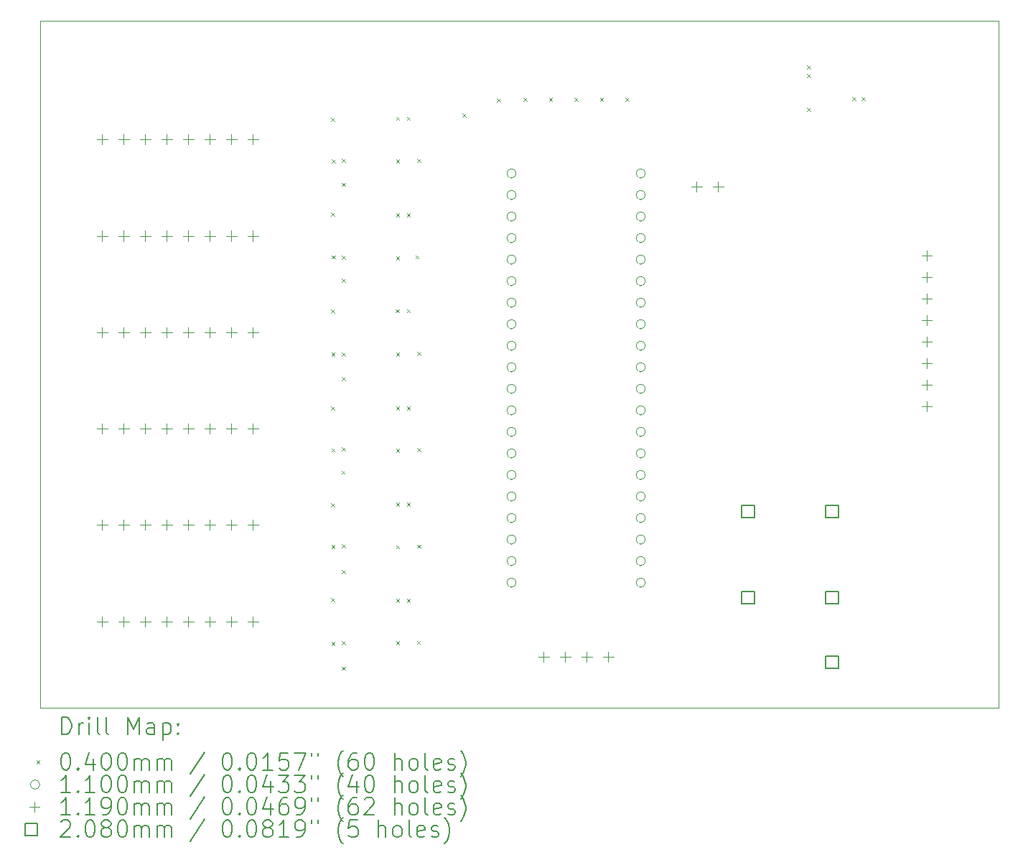
<source format=gbr>
%TF.GenerationSoftware,KiCad,Pcbnew,7.0.9*%
%TF.CreationDate,2024-01-13T15:58:18+01:00*%
%TF.ProjectId,daisy-drums,64616973-792d-4647-9275-6d732e6b6963,v02*%
%TF.SameCoordinates,Original*%
%TF.FileFunction,Drillmap*%
%TF.FilePolarity,Positive*%
%FSLAX45Y45*%
G04 Gerber Fmt 4.5, Leading zero omitted, Abs format (unit mm)*
G04 Created by KiCad (PCBNEW 7.0.9) date 2024-01-13 15:58:18*
%MOMM*%
%LPD*%
G01*
G04 APERTURE LIST*
%ADD10C,0.100000*%
%ADD11C,0.200000*%
%ADD12C,0.110000*%
%ADD13C,0.119000*%
%ADD14C,0.208000*%
G04 APERTURE END LIST*
D10*
X12500000Y-12700000D02*
X23800000Y-12700000D01*
X23800000Y-12700000D02*
X23800000Y-4600000D01*
X23800000Y-4600000D02*
X12500000Y-4600000D01*
X12500000Y-12700000D02*
X12500000Y-4600000D01*
D11*
D10*
X15931200Y-5745800D02*
X15971200Y-5785800D01*
X15971200Y-5745800D02*
X15931200Y-5785800D01*
X15931200Y-6863400D02*
X15971200Y-6903400D01*
X15971200Y-6863400D02*
X15931200Y-6903400D01*
X15931200Y-8006400D02*
X15971200Y-8046400D01*
X15971200Y-8006400D02*
X15931200Y-8046400D01*
X15931200Y-9149400D02*
X15971200Y-9189400D01*
X15971200Y-9149400D02*
X15931200Y-9189400D01*
X15931200Y-10292400D02*
X15971200Y-10332400D01*
X15971200Y-10292400D02*
X15931200Y-10332400D01*
X15931200Y-11410000D02*
X15971200Y-11450000D01*
X15971200Y-11410000D02*
X15931200Y-11450000D01*
X15936280Y-8511860D02*
X15976280Y-8551860D01*
X15976280Y-8511860D02*
X15936280Y-8551860D01*
X15936280Y-9644700D02*
X15976280Y-9684700D01*
X15976280Y-9644700D02*
X15936280Y-9684700D01*
X15936280Y-10785160D02*
X15976280Y-10825160D01*
X15976280Y-10785160D02*
X15936280Y-10825160D01*
X15936280Y-11923080D02*
X15976280Y-11963080D01*
X15976280Y-11923080D02*
X15936280Y-11963080D01*
X15938820Y-6233480D02*
X15978820Y-6273480D01*
X15978820Y-6233480D02*
X15938820Y-6273480D01*
X15938820Y-7366320D02*
X15978820Y-7406320D01*
X15978820Y-7366320D02*
X15938820Y-7406320D01*
X16053120Y-9906320D02*
X16093120Y-9946320D01*
X16093120Y-9906320D02*
X16053120Y-9946320D01*
X16055660Y-7640640D02*
X16095660Y-7680640D01*
X16095660Y-7640640D02*
X16055660Y-7680640D01*
X16058200Y-6228400D02*
X16098200Y-6268400D01*
X16098200Y-6228400D02*
X16058200Y-6268400D01*
X16058200Y-6510340D02*
X16098200Y-6550340D01*
X16098200Y-6510340D02*
X16058200Y-6550340D01*
X16058200Y-7371400D02*
X16098200Y-7411400D01*
X16098200Y-7371400D02*
X16058200Y-7411400D01*
X16058200Y-8514400D02*
X16098200Y-8554400D01*
X16098200Y-8514400D02*
X16058200Y-8554400D01*
X16058200Y-8798880D02*
X16098200Y-8838880D01*
X16098200Y-8798880D02*
X16058200Y-8838880D01*
X16058200Y-9632000D02*
X16098200Y-9672000D01*
X16098200Y-9632000D02*
X16058200Y-9672000D01*
X16058200Y-10775000D02*
X16098200Y-10815000D01*
X16098200Y-10775000D02*
X16058200Y-10815000D01*
X16058200Y-11918000D02*
X16098200Y-11958000D01*
X16098200Y-11918000D02*
X16058200Y-11958000D01*
X16058200Y-12217720D02*
X16098200Y-12257720D01*
X16098200Y-12217720D02*
X16058200Y-12257720D01*
X16060740Y-11079800D02*
X16100740Y-11119800D01*
X16100740Y-11079800D02*
X16060740Y-11119800D01*
X16695740Y-8001320D02*
X16735740Y-8041320D01*
X16735740Y-8001320D02*
X16695740Y-8041320D01*
X16698280Y-5733100D02*
X16738280Y-5773100D01*
X16738280Y-5733100D02*
X16698280Y-5773100D01*
X16698280Y-6233480D02*
X16738280Y-6273480D01*
X16738280Y-6233480D02*
X16698280Y-6273480D01*
X16698280Y-6871020D02*
X16738280Y-6911020D01*
X16738280Y-6871020D02*
X16698280Y-6911020D01*
X16698280Y-7376480D02*
X16738280Y-7416480D01*
X16738280Y-7376480D02*
X16698280Y-7416480D01*
X16698280Y-8514400D02*
X16738280Y-8554400D01*
X16738280Y-8514400D02*
X16698280Y-8554400D01*
X16698280Y-9149400D02*
X16738280Y-9189400D01*
X16738280Y-9149400D02*
X16698280Y-9189400D01*
X16698280Y-9649780D02*
X16738280Y-9689780D01*
X16738280Y-9649780D02*
X16698280Y-9689780D01*
X16698280Y-10282240D02*
X16738280Y-10322240D01*
X16738280Y-10282240D02*
X16698280Y-10322240D01*
X16698280Y-10787700D02*
X16738280Y-10827700D01*
X16738280Y-10787700D02*
X16698280Y-10827700D01*
X16698280Y-11420160D02*
X16738280Y-11460160D01*
X16738280Y-11420160D02*
X16698280Y-11460160D01*
X16698280Y-11918000D02*
X16738280Y-11958000D01*
X16738280Y-11918000D02*
X16698280Y-11958000D01*
X16825280Y-5733100D02*
X16865280Y-5773100D01*
X16865280Y-5733100D02*
X16825280Y-5773100D01*
X16825280Y-6868480D02*
X16865280Y-6908480D01*
X16865280Y-6868480D02*
X16825280Y-6908480D01*
X16825280Y-8001320D02*
X16865280Y-8041320D01*
X16865280Y-8001320D02*
X16825280Y-8041320D01*
X16825280Y-9146860D02*
X16865280Y-9186860D01*
X16865280Y-9146860D02*
X16825280Y-9186860D01*
X16825280Y-10282240D02*
X16865280Y-10322240D01*
X16865280Y-10282240D02*
X16825280Y-10322240D01*
X16825280Y-11420160D02*
X16865280Y-11460160D01*
X16865280Y-11420160D02*
X16825280Y-11460160D01*
X16926880Y-7366320D02*
X16966880Y-7406320D01*
X16966880Y-7366320D02*
X16926880Y-7406320D01*
X16942120Y-11912920D02*
X16982120Y-11952920D01*
X16982120Y-11912920D02*
X16942120Y-11952920D01*
X16944660Y-9639620D02*
X16984660Y-9679620D01*
X16984660Y-9639620D02*
X16944660Y-9679620D01*
X16944660Y-10777540D02*
X16984660Y-10817540D01*
X16984660Y-10777540D02*
X16944660Y-10817540D01*
X16947200Y-6228400D02*
X16987200Y-6268400D01*
X16987200Y-6228400D02*
X16947200Y-6268400D01*
X16947200Y-8504240D02*
X16987200Y-8544240D01*
X16987200Y-8504240D02*
X16947200Y-8544240D01*
X17480600Y-5695000D02*
X17520600Y-5735000D01*
X17520600Y-5695000D02*
X17480600Y-5735000D01*
X17887000Y-5517200D02*
X17927000Y-5557200D01*
X17927000Y-5517200D02*
X17887000Y-5557200D01*
X18201400Y-5510900D02*
X18241400Y-5550900D01*
X18241400Y-5510900D02*
X18201400Y-5550900D01*
X18501400Y-5510900D02*
X18541400Y-5550900D01*
X18541400Y-5510900D02*
X18501400Y-5550900D01*
X18801400Y-5510900D02*
X18841400Y-5550900D01*
X18841400Y-5510900D02*
X18801400Y-5550900D01*
X19101400Y-5510900D02*
X19141400Y-5550900D01*
X19141400Y-5510900D02*
X19101400Y-5550900D01*
X19401400Y-5510900D02*
X19441400Y-5550900D01*
X19441400Y-5510900D02*
X19401400Y-5550900D01*
X21547140Y-5126040D02*
X21587140Y-5166040D01*
X21587140Y-5126040D02*
X21547140Y-5166040D01*
X21547140Y-5230130D02*
X21587140Y-5270130D01*
X21587140Y-5230130D02*
X21547140Y-5270130D01*
X21547140Y-5626420D02*
X21587140Y-5666420D01*
X21587140Y-5626420D02*
X21547140Y-5666420D01*
X22076060Y-5497580D02*
X22116060Y-5537580D01*
X22116060Y-5497580D02*
X22076060Y-5537580D01*
X22186060Y-5497580D02*
X22226060Y-5537580D01*
X22226060Y-5497580D02*
X22186060Y-5537580D01*
D12*
X18114400Y-6400800D02*
G75*
G03*
X18114400Y-6400800I-55000J0D01*
G01*
X18114400Y-6654800D02*
G75*
G03*
X18114400Y-6654800I-55000J0D01*
G01*
X18114400Y-6908800D02*
G75*
G03*
X18114400Y-6908800I-55000J0D01*
G01*
X18114400Y-7162800D02*
G75*
G03*
X18114400Y-7162800I-55000J0D01*
G01*
X18114400Y-7416800D02*
G75*
G03*
X18114400Y-7416800I-55000J0D01*
G01*
X18114400Y-7670800D02*
G75*
G03*
X18114400Y-7670800I-55000J0D01*
G01*
X18114400Y-7924800D02*
G75*
G03*
X18114400Y-7924800I-55000J0D01*
G01*
X18114400Y-8178800D02*
G75*
G03*
X18114400Y-8178800I-55000J0D01*
G01*
X18114400Y-8432800D02*
G75*
G03*
X18114400Y-8432800I-55000J0D01*
G01*
X18114400Y-8686800D02*
G75*
G03*
X18114400Y-8686800I-55000J0D01*
G01*
X18114400Y-8940800D02*
G75*
G03*
X18114400Y-8940800I-55000J0D01*
G01*
X18114400Y-9194800D02*
G75*
G03*
X18114400Y-9194800I-55000J0D01*
G01*
X18114400Y-9448800D02*
G75*
G03*
X18114400Y-9448800I-55000J0D01*
G01*
X18114400Y-9702800D02*
G75*
G03*
X18114400Y-9702800I-55000J0D01*
G01*
X18114400Y-9956800D02*
G75*
G03*
X18114400Y-9956800I-55000J0D01*
G01*
X18114400Y-10210800D02*
G75*
G03*
X18114400Y-10210800I-55000J0D01*
G01*
X18114400Y-10464800D02*
G75*
G03*
X18114400Y-10464800I-55000J0D01*
G01*
X18114400Y-10718800D02*
G75*
G03*
X18114400Y-10718800I-55000J0D01*
G01*
X18114400Y-10972800D02*
G75*
G03*
X18114400Y-10972800I-55000J0D01*
G01*
X18114400Y-11226800D02*
G75*
G03*
X18114400Y-11226800I-55000J0D01*
G01*
X19638400Y-6400800D02*
G75*
G03*
X19638400Y-6400800I-55000J0D01*
G01*
X19638400Y-6654800D02*
G75*
G03*
X19638400Y-6654800I-55000J0D01*
G01*
X19638400Y-6908800D02*
G75*
G03*
X19638400Y-6908800I-55000J0D01*
G01*
X19638400Y-7162800D02*
G75*
G03*
X19638400Y-7162800I-55000J0D01*
G01*
X19638400Y-7416800D02*
G75*
G03*
X19638400Y-7416800I-55000J0D01*
G01*
X19638400Y-7670800D02*
G75*
G03*
X19638400Y-7670800I-55000J0D01*
G01*
X19638400Y-7924800D02*
G75*
G03*
X19638400Y-7924800I-55000J0D01*
G01*
X19638400Y-8178800D02*
G75*
G03*
X19638400Y-8178800I-55000J0D01*
G01*
X19638400Y-8432800D02*
G75*
G03*
X19638400Y-8432800I-55000J0D01*
G01*
X19638400Y-8686800D02*
G75*
G03*
X19638400Y-8686800I-55000J0D01*
G01*
X19638400Y-8940800D02*
G75*
G03*
X19638400Y-8940800I-55000J0D01*
G01*
X19638400Y-9194800D02*
G75*
G03*
X19638400Y-9194800I-55000J0D01*
G01*
X19638400Y-9448800D02*
G75*
G03*
X19638400Y-9448800I-55000J0D01*
G01*
X19638400Y-9702800D02*
G75*
G03*
X19638400Y-9702800I-55000J0D01*
G01*
X19638400Y-9956800D02*
G75*
G03*
X19638400Y-9956800I-55000J0D01*
G01*
X19638400Y-10210800D02*
G75*
G03*
X19638400Y-10210800I-55000J0D01*
G01*
X19638400Y-10464800D02*
G75*
G03*
X19638400Y-10464800I-55000J0D01*
G01*
X19638400Y-10718800D02*
G75*
G03*
X19638400Y-10718800I-55000J0D01*
G01*
X19638400Y-10972800D02*
G75*
G03*
X19638400Y-10972800I-55000J0D01*
G01*
X19638400Y-11226800D02*
G75*
G03*
X19638400Y-11226800I-55000J0D01*
G01*
D13*
X13233400Y-5940500D02*
X13233400Y-6059500D01*
X13173900Y-6000000D02*
X13292900Y-6000000D01*
X13233400Y-7077300D02*
X13233400Y-7196300D01*
X13173900Y-7136800D02*
X13292900Y-7136800D01*
X13233400Y-8214100D02*
X13233400Y-8333100D01*
X13173900Y-8273600D02*
X13292900Y-8273600D01*
X13233400Y-9350900D02*
X13233400Y-9469900D01*
X13173900Y-9410400D02*
X13292900Y-9410400D01*
X13233400Y-10487700D02*
X13233400Y-10606700D01*
X13173900Y-10547200D02*
X13292900Y-10547200D01*
X13233400Y-11624500D02*
X13233400Y-11743500D01*
X13173900Y-11684000D02*
X13292900Y-11684000D01*
X13487400Y-5940500D02*
X13487400Y-6059500D01*
X13427900Y-6000000D02*
X13546900Y-6000000D01*
X13487400Y-7077300D02*
X13487400Y-7196300D01*
X13427900Y-7136800D02*
X13546900Y-7136800D01*
X13487400Y-8214100D02*
X13487400Y-8333100D01*
X13427900Y-8273600D02*
X13546900Y-8273600D01*
X13487400Y-9350900D02*
X13487400Y-9469900D01*
X13427900Y-9410400D02*
X13546900Y-9410400D01*
X13487400Y-10487700D02*
X13487400Y-10606700D01*
X13427900Y-10547200D02*
X13546900Y-10547200D01*
X13487400Y-11624500D02*
X13487400Y-11743500D01*
X13427900Y-11684000D02*
X13546900Y-11684000D01*
X13741400Y-5940500D02*
X13741400Y-6059500D01*
X13681900Y-6000000D02*
X13800900Y-6000000D01*
X13741400Y-7077300D02*
X13741400Y-7196300D01*
X13681900Y-7136800D02*
X13800900Y-7136800D01*
X13741400Y-8214100D02*
X13741400Y-8333100D01*
X13681900Y-8273600D02*
X13800900Y-8273600D01*
X13741400Y-9350900D02*
X13741400Y-9469900D01*
X13681900Y-9410400D02*
X13800900Y-9410400D01*
X13741400Y-10487700D02*
X13741400Y-10606700D01*
X13681900Y-10547200D02*
X13800900Y-10547200D01*
X13741400Y-11624500D02*
X13741400Y-11743500D01*
X13681900Y-11684000D02*
X13800900Y-11684000D01*
X13995400Y-5940500D02*
X13995400Y-6059500D01*
X13935900Y-6000000D02*
X14054900Y-6000000D01*
X13995400Y-7077300D02*
X13995400Y-7196300D01*
X13935900Y-7136800D02*
X14054900Y-7136800D01*
X13995400Y-8214100D02*
X13995400Y-8333100D01*
X13935900Y-8273600D02*
X14054900Y-8273600D01*
X13995400Y-9350900D02*
X13995400Y-9469900D01*
X13935900Y-9410400D02*
X14054900Y-9410400D01*
X13995400Y-10487700D02*
X13995400Y-10606700D01*
X13935900Y-10547200D02*
X14054900Y-10547200D01*
X13995400Y-11624500D02*
X13995400Y-11743500D01*
X13935900Y-11684000D02*
X14054900Y-11684000D01*
X14249400Y-5940500D02*
X14249400Y-6059500D01*
X14189900Y-6000000D02*
X14308900Y-6000000D01*
X14249400Y-7077300D02*
X14249400Y-7196300D01*
X14189900Y-7136800D02*
X14308900Y-7136800D01*
X14249400Y-8214100D02*
X14249400Y-8333100D01*
X14189900Y-8273600D02*
X14308900Y-8273600D01*
X14249400Y-9350900D02*
X14249400Y-9469900D01*
X14189900Y-9410400D02*
X14308900Y-9410400D01*
X14249400Y-10487700D02*
X14249400Y-10606700D01*
X14189900Y-10547200D02*
X14308900Y-10547200D01*
X14249400Y-11624500D02*
X14249400Y-11743500D01*
X14189900Y-11684000D02*
X14308900Y-11684000D01*
X14503400Y-5940500D02*
X14503400Y-6059500D01*
X14443900Y-6000000D02*
X14562900Y-6000000D01*
X14503400Y-7077300D02*
X14503400Y-7196300D01*
X14443900Y-7136800D02*
X14562900Y-7136800D01*
X14503400Y-8214100D02*
X14503400Y-8333100D01*
X14443900Y-8273600D02*
X14562900Y-8273600D01*
X14503400Y-9350900D02*
X14503400Y-9469900D01*
X14443900Y-9410400D02*
X14562900Y-9410400D01*
X14503400Y-10487700D02*
X14503400Y-10606700D01*
X14443900Y-10547200D02*
X14562900Y-10547200D01*
X14503400Y-11624500D02*
X14503400Y-11743500D01*
X14443900Y-11684000D02*
X14562900Y-11684000D01*
X14757400Y-5940500D02*
X14757400Y-6059500D01*
X14697900Y-6000000D02*
X14816900Y-6000000D01*
X14757400Y-7077300D02*
X14757400Y-7196300D01*
X14697900Y-7136800D02*
X14816900Y-7136800D01*
X14757400Y-8214100D02*
X14757400Y-8333100D01*
X14697900Y-8273600D02*
X14816900Y-8273600D01*
X14757400Y-9350900D02*
X14757400Y-9469900D01*
X14697900Y-9410400D02*
X14816900Y-9410400D01*
X14757400Y-10487700D02*
X14757400Y-10606700D01*
X14697900Y-10547200D02*
X14816900Y-10547200D01*
X14757400Y-11624500D02*
X14757400Y-11743500D01*
X14697900Y-11684000D02*
X14816900Y-11684000D01*
X15011400Y-5940500D02*
X15011400Y-6059500D01*
X14951900Y-6000000D02*
X15070900Y-6000000D01*
X15011400Y-7077300D02*
X15011400Y-7196300D01*
X14951900Y-7136800D02*
X15070900Y-7136800D01*
X15011400Y-8214100D02*
X15011400Y-8333100D01*
X14951900Y-8273600D02*
X15070900Y-8273600D01*
X15011400Y-9350900D02*
X15011400Y-9469900D01*
X14951900Y-9410400D02*
X15070900Y-9410400D01*
X15011400Y-10487700D02*
X15011400Y-10606700D01*
X14951900Y-10547200D02*
X15070900Y-10547200D01*
X15011400Y-11624500D02*
X15011400Y-11743500D01*
X14951900Y-11684000D02*
X15070900Y-11684000D01*
X18440400Y-12043600D02*
X18440400Y-12162600D01*
X18380900Y-12103100D02*
X18499900Y-12103100D01*
X18694400Y-12043600D02*
X18694400Y-12162600D01*
X18634900Y-12103100D02*
X18753900Y-12103100D01*
X18948400Y-12043600D02*
X18948400Y-12162600D01*
X18888900Y-12103100D02*
X19007900Y-12103100D01*
X19202400Y-12043600D02*
X19202400Y-12162600D01*
X19142900Y-12103100D02*
X19261900Y-12103100D01*
X20243800Y-6493700D02*
X20243800Y-6612700D01*
X20184300Y-6553200D02*
X20303300Y-6553200D01*
X20497800Y-6493700D02*
X20497800Y-6612700D01*
X20438300Y-6553200D02*
X20557300Y-6553200D01*
X22956520Y-7309040D02*
X22956520Y-7428040D01*
X22897020Y-7368540D02*
X23016020Y-7368540D01*
X22956520Y-7563040D02*
X22956520Y-7682040D01*
X22897020Y-7622540D02*
X23016020Y-7622540D01*
X22956520Y-7817040D02*
X22956520Y-7936040D01*
X22897020Y-7876540D02*
X23016020Y-7876540D01*
X22956520Y-8071040D02*
X22956520Y-8190040D01*
X22897020Y-8130540D02*
X23016020Y-8130540D01*
X22956520Y-8325040D02*
X22956520Y-8444040D01*
X22897020Y-8384540D02*
X23016020Y-8384540D01*
X22956520Y-8579040D02*
X22956520Y-8698040D01*
X22897020Y-8638540D02*
X23016020Y-8638540D01*
X22956520Y-8833040D02*
X22956520Y-8952040D01*
X22897020Y-8892540D02*
X23016020Y-8892540D01*
X22956520Y-9087040D02*
X22956520Y-9206040D01*
X22897020Y-9146540D02*
X23016020Y-9146540D01*
D14*
X20923740Y-10462140D02*
X20923740Y-10315060D01*
X20776660Y-10315060D01*
X20776660Y-10462140D01*
X20923740Y-10462140D01*
X20923740Y-11478140D02*
X20923740Y-11331060D01*
X20776660Y-11331060D01*
X20776660Y-11478140D01*
X20923740Y-11478140D01*
X21914740Y-10462140D02*
X21914740Y-10315060D01*
X21767660Y-10315060D01*
X21767660Y-10462140D01*
X21914740Y-10462140D01*
X21914740Y-11478140D02*
X21914740Y-11331060D01*
X21767660Y-11331060D01*
X21767660Y-11478140D01*
X21914740Y-11478140D01*
X21914740Y-12240140D02*
X21914740Y-12093060D01*
X21767660Y-12093060D01*
X21767660Y-12240140D01*
X21914740Y-12240140D01*
D11*
X12755777Y-13016484D02*
X12755777Y-12816484D01*
X12755777Y-12816484D02*
X12803396Y-12816484D01*
X12803396Y-12816484D02*
X12831967Y-12826008D01*
X12831967Y-12826008D02*
X12851015Y-12845055D01*
X12851015Y-12845055D02*
X12860539Y-12864103D01*
X12860539Y-12864103D02*
X12870062Y-12902198D01*
X12870062Y-12902198D02*
X12870062Y-12930769D01*
X12870062Y-12930769D02*
X12860539Y-12968865D01*
X12860539Y-12968865D02*
X12851015Y-12987912D01*
X12851015Y-12987912D02*
X12831967Y-13006960D01*
X12831967Y-13006960D02*
X12803396Y-13016484D01*
X12803396Y-13016484D02*
X12755777Y-13016484D01*
X12955777Y-13016484D02*
X12955777Y-12883150D01*
X12955777Y-12921246D02*
X12965301Y-12902198D01*
X12965301Y-12902198D02*
X12974824Y-12892674D01*
X12974824Y-12892674D02*
X12993872Y-12883150D01*
X12993872Y-12883150D02*
X13012920Y-12883150D01*
X13079586Y-13016484D02*
X13079586Y-12883150D01*
X13079586Y-12816484D02*
X13070062Y-12826008D01*
X13070062Y-12826008D02*
X13079586Y-12835531D01*
X13079586Y-12835531D02*
X13089110Y-12826008D01*
X13089110Y-12826008D02*
X13079586Y-12816484D01*
X13079586Y-12816484D02*
X13079586Y-12835531D01*
X13203396Y-13016484D02*
X13184348Y-13006960D01*
X13184348Y-13006960D02*
X13174824Y-12987912D01*
X13174824Y-12987912D02*
X13174824Y-12816484D01*
X13308158Y-13016484D02*
X13289110Y-13006960D01*
X13289110Y-13006960D02*
X13279586Y-12987912D01*
X13279586Y-12987912D02*
X13279586Y-12816484D01*
X13536729Y-13016484D02*
X13536729Y-12816484D01*
X13536729Y-12816484D02*
X13603396Y-12959341D01*
X13603396Y-12959341D02*
X13670062Y-12816484D01*
X13670062Y-12816484D02*
X13670062Y-13016484D01*
X13851015Y-13016484D02*
X13851015Y-12911722D01*
X13851015Y-12911722D02*
X13841491Y-12892674D01*
X13841491Y-12892674D02*
X13822443Y-12883150D01*
X13822443Y-12883150D02*
X13784348Y-12883150D01*
X13784348Y-12883150D02*
X13765301Y-12892674D01*
X13851015Y-13006960D02*
X13831967Y-13016484D01*
X13831967Y-13016484D02*
X13784348Y-13016484D01*
X13784348Y-13016484D02*
X13765301Y-13006960D01*
X13765301Y-13006960D02*
X13755777Y-12987912D01*
X13755777Y-12987912D02*
X13755777Y-12968865D01*
X13755777Y-12968865D02*
X13765301Y-12949817D01*
X13765301Y-12949817D02*
X13784348Y-12940293D01*
X13784348Y-12940293D02*
X13831967Y-12940293D01*
X13831967Y-12940293D02*
X13851015Y-12930769D01*
X13946253Y-12883150D02*
X13946253Y-13083150D01*
X13946253Y-12892674D02*
X13965301Y-12883150D01*
X13965301Y-12883150D02*
X14003396Y-12883150D01*
X14003396Y-12883150D02*
X14022443Y-12892674D01*
X14022443Y-12892674D02*
X14031967Y-12902198D01*
X14031967Y-12902198D02*
X14041491Y-12921246D01*
X14041491Y-12921246D02*
X14041491Y-12978388D01*
X14041491Y-12978388D02*
X14031967Y-12997436D01*
X14031967Y-12997436D02*
X14022443Y-13006960D01*
X14022443Y-13006960D02*
X14003396Y-13016484D01*
X14003396Y-13016484D02*
X13965301Y-13016484D01*
X13965301Y-13016484D02*
X13946253Y-13006960D01*
X14127205Y-12997436D02*
X14136729Y-13006960D01*
X14136729Y-13006960D02*
X14127205Y-13016484D01*
X14127205Y-13016484D02*
X14117682Y-13006960D01*
X14117682Y-13006960D02*
X14127205Y-12997436D01*
X14127205Y-12997436D02*
X14127205Y-13016484D01*
X14127205Y-12892674D02*
X14136729Y-12902198D01*
X14136729Y-12902198D02*
X14127205Y-12911722D01*
X14127205Y-12911722D02*
X14117682Y-12902198D01*
X14117682Y-12902198D02*
X14127205Y-12892674D01*
X14127205Y-12892674D02*
X14127205Y-12911722D01*
D10*
X12455000Y-13325000D02*
X12495000Y-13365000D01*
X12495000Y-13325000D02*
X12455000Y-13365000D01*
D11*
X12793872Y-13236484D02*
X12812920Y-13236484D01*
X12812920Y-13236484D02*
X12831967Y-13246008D01*
X12831967Y-13246008D02*
X12841491Y-13255531D01*
X12841491Y-13255531D02*
X12851015Y-13274579D01*
X12851015Y-13274579D02*
X12860539Y-13312674D01*
X12860539Y-13312674D02*
X12860539Y-13360293D01*
X12860539Y-13360293D02*
X12851015Y-13398388D01*
X12851015Y-13398388D02*
X12841491Y-13417436D01*
X12841491Y-13417436D02*
X12831967Y-13426960D01*
X12831967Y-13426960D02*
X12812920Y-13436484D01*
X12812920Y-13436484D02*
X12793872Y-13436484D01*
X12793872Y-13436484D02*
X12774824Y-13426960D01*
X12774824Y-13426960D02*
X12765301Y-13417436D01*
X12765301Y-13417436D02*
X12755777Y-13398388D01*
X12755777Y-13398388D02*
X12746253Y-13360293D01*
X12746253Y-13360293D02*
X12746253Y-13312674D01*
X12746253Y-13312674D02*
X12755777Y-13274579D01*
X12755777Y-13274579D02*
X12765301Y-13255531D01*
X12765301Y-13255531D02*
X12774824Y-13246008D01*
X12774824Y-13246008D02*
X12793872Y-13236484D01*
X12946253Y-13417436D02*
X12955777Y-13426960D01*
X12955777Y-13426960D02*
X12946253Y-13436484D01*
X12946253Y-13436484D02*
X12936729Y-13426960D01*
X12936729Y-13426960D02*
X12946253Y-13417436D01*
X12946253Y-13417436D02*
X12946253Y-13436484D01*
X13127205Y-13303150D02*
X13127205Y-13436484D01*
X13079586Y-13226960D02*
X13031967Y-13369817D01*
X13031967Y-13369817D02*
X13155777Y-13369817D01*
X13270062Y-13236484D02*
X13289110Y-13236484D01*
X13289110Y-13236484D02*
X13308158Y-13246008D01*
X13308158Y-13246008D02*
X13317682Y-13255531D01*
X13317682Y-13255531D02*
X13327205Y-13274579D01*
X13327205Y-13274579D02*
X13336729Y-13312674D01*
X13336729Y-13312674D02*
X13336729Y-13360293D01*
X13336729Y-13360293D02*
X13327205Y-13398388D01*
X13327205Y-13398388D02*
X13317682Y-13417436D01*
X13317682Y-13417436D02*
X13308158Y-13426960D01*
X13308158Y-13426960D02*
X13289110Y-13436484D01*
X13289110Y-13436484D02*
X13270062Y-13436484D01*
X13270062Y-13436484D02*
X13251015Y-13426960D01*
X13251015Y-13426960D02*
X13241491Y-13417436D01*
X13241491Y-13417436D02*
X13231967Y-13398388D01*
X13231967Y-13398388D02*
X13222443Y-13360293D01*
X13222443Y-13360293D02*
X13222443Y-13312674D01*
X13222443Y-13312674D02*
X13231967Y-13274579D01*
X13231967Y-13274579D02*
X13241491Y-13255531D01*
X13241491Y-13255531D02*
X13251015Y-13246008D01*
X13251015Y-13246008D02*
X13270062Y-13236484D01*
X13460539Y-13236484D02*
X13479586Y-13236484D01*
X13479586Y-13236484D02*
X13498634Y-13246008D01*
X13498634Y-13246008D02*
X13508158Y-13255531D01*
X13508158Y-13255531D02*
X13517682Y-13274579D01*
X13517682Y-13274579D02*
X13527205Y-13312674D01*
X13527205Y-13312674D02*
X13527205Y-13360293D01*
X13527205Y-13360293D02*
X13517682Y-13398388D01*
X13517682Y-13398388D02*
X13508158Y-13417436D01*
X13508158Y-13417436D02*
X13498634Y-13426960D01*
X13498634Y-13426960D02*
X13479586Y-13436484D01*
X13479586Y-13436484D02*
X13460539Y-13436484D01*
X13460539Y-13436484D02*
X13441491Y-13426960D01*
X13441491Y-13426960D02*
X13431967Y-13417436D01*
X13431967Y-13417436D02*
X13422443Y-13398388D01*
X13422443Y-13398388D02*
X13412920Y-13360293D01*
X13412920Y-13360293D02*
X13412920Y-13312674D01*
X13412920Y-13312674D02*
X13422443Y-13274579D01*
X13422443Y-13274579D02*
X13431967Y-13255531D01*
X13431967Y-13255531D02*
X13441491Y-13246008D01*
X13441491Y-13246008D02*
X13460539Y-13236484D01*
X13612920Y-13436484D02*
X13612920Y-13303150D01*
X13612920Y-13322198D02*
X13622443Y-13312674D01*
X13622443Y-13312674D02*
X13641491Y-13303150D01*
X13641491Y-13303150D02*
X13670063Y-13303150D01*
X13670063Y-13303150D02*
X13689110Y-13312674D01*
X13689110Y-13312674D02*
X13698634Y-13331722D01*
X13698634Y-13331722D02*
X13698634Y-13436484D01*
X13698634Y-13331722D02*
X13708158Y-13312674D01*
X13708158Y-13312674D02*
X13727205Y-13303150D01*
X13727205Y-13303150D02*
X13755777Y-13303150D01*
X13755777Y-13303150D02*
X13774824Y-13312674D01*
X13774824Y-13312674D02*
X13784348Y-13331722D01*
X13784348Y-13331722D02*
X13784348Y-13436484D01*
X13879586Y-13436484D02*
X13879586Y-13303150D01*
X13879586Y-13322198D02*
X13889110Y-13312674D01*
X13889110Y-13312674D02*
X13908158Y-13303150D01*
X13908158Y-13303150D02*
X13936729Y-13303150D01*
X13936729Y-13303150D02*
X13955777Y-13312674D01*
X13955777Y-13312674D02*
X13965301Y-13331722D01*
X13965301Y-13331722D02*
X13965301Y-13436484D01*
X13965301Y-13331722D02*
X13974824Y-13312674D01*
X13974824Y-13312674D02*
X13993872Y-13303150D01*
X13993872Y-13303150D02*
X14022443Y-13303150D01*
X14022443Y-13303150D02*
X14041491Y-13312674D01*
X14041491Y-13312674D02*
X14051015Y-13331722D01*
X14051015Y-13331722D02*
X14051015Y-13436484D01*
X14441491Y-13226960D02*
X14270063Y-13484103D01*
X14698634Y-13236484D02*
X14717682Y-13236484D01*
X14717682Y-13236484D02*
X14736729Y-13246008D01*
X14736729Y-13246008D02*
X14746253Y-13255531D01*
X14746253Y-13255531D02*
X14755777Y-13274579D01*
X14755777Y-13274579D02*
X14765301Y-13312674D01*
X14765301Y-13312674D02*
X14765301Y-13360293D01*
X14765301Y-13360293D02*
X14755777Y-13398388D01*
X14755777Y-13398388D02*
X14746253Y-13417436D01*
X14746253Y-13417436D02*
X14736729Y-13426960D01*
X14736729Y-13426960D02*
X14717682Y-13436484D01*
X14717682Y-13436484D02*
X14698634Y-13436484D01*
X14698634Y-13436484D02*
X14679586Y-13426960D01*
X14679586Y-13426960D02*
X14670063Y-13417436D01*
X14670063Y-13417436D02*
X14660539Y-13398388D01*
X14660539Y-13398388D02*
X14651015Y-13360293D01*
X14651015Y-13360293D02*
X14651015Y-13312674D01*
X14651015Y-13312674D02*
X14660539Y-13274579D01*
X14660539Y-13274579D02*
X14670063Y-13255531D01*
X14670063Y-13255531D02*
X14679586Y-13246008D01*
X14679586Y-13246008D02*
X14698634Y-13236484D01*
X14851015Y-13417436D02*
X14860539Y-13426960D01*
X14860539Y-13426960D02*
X14851015Y-13436484D01*
X14851015Y-13436484D02*
X14841491Y-13426960D01*
X14841491Y-13426960D02*
X14851015Y-13417436D01*
X14851015Y-13417436D02*
X14851015Y-13436484D01*
X14984348Y-13236484D02*
X15003396Y-13236484D01*
X15003396Y-13236484D02*
X15022444Y-13246008D01*
X15022444Y-13246008D02*
X15031967Y-13255531D01*
X15031967Y-13255531D02*
X15041491Y-13274579D01*
X15041491Y-13274579D02*
X15051015Y-13312674D01*
X15051015Y-13312674D02*
X15051015Y-13360293D01*
X15051015Y-13360293D02*
X15041491Y-13398388D01*
X15041491Y-13398388D02*
X15031967Y-13417436D01*
X15031967Y-13417436D02*
X15022444Y-13426960D01*
X15022444Y-13426960D02*
X15003396Y-13436484D01*
X15003396Y-13436484D02*
X14984348Y-13436484D01*
X14984348Y-13436484D02*
X14965301Y-13426960D01*
X14965301Y-13426960D02*
X14955777Y-13417436D01*
X14955777Y-13417436D02*
X14946253Y-13398388D01*
X14946253Y-13398388D02*
X14936729Y-13360293D01*
X14936729Y-13360293D02*
X14936729Y-13312674D01*
X14936729Y-13312674D02*
X14946253Y-13274579D01*
X14946253Y-13274579D02*
X14955777Y-13255531D01*
X14955777Y-13255531D02*
X14965301Y-13246008D01*
X14965301Y-13246008D02*
X14984348Y-13236484D01*
X15241491Y-13436484D02*
X15127206Y-13436484D01*
X15184348Y-13436484D02*
X15184348Y-13236484D01*
X15184348Y-13236484D02*
X15165301Y-13265055D01*
X15165301Y-13265055D02*
X15146253Y-13284103D01*
X15146253Y-13284103D02*
X15127206Y-13293627D01*
X15422444Y-13236484D02*
X15327206Y-13236484D01*
X15327206Y-13236484D02*
X15317682Y-13331722D01*
X15317682Y-13331722D02*
X15327206Y-13322198D01*
X15327206Y-13322198D02*
X15346253Y-13312674D01*
X15346253Y-13312674D02*
X15393872Y-13312674D01*
X15393872Y-13312674D02*
X15412920Y-13322198D01*
X15412920Y-13322198D02*
X15422444Y-13331722D01*
X15422444Y-13331722D02*
X15431967Y-13350769D01*
X15431967Y-13350769D02*
X15431967Y-13398388D01*
X15431967Y-13398388D02*
X15422444Y-13417436D01*
X15422444Y-13417436D02*
X15412920Y-13426960D01*
X15412920Y-13426960D02*
X15393872Y-13436484D01*
X15393872Y-13436484D02*
X15346253Y-13436484D01*
X15346253Y-13436484D02*
X15327206Y-13426960D01*
X15327206Y-13426960D02*
X15317682Y-13417436D01*
X15498634Y-13236484D02*
X15631967Y-13236484D01*
X15631967Y-13236484D02*
X15546253Y-13436484D01*
X15698634Y-13236484D02*
X15698634Y-13274579D01*
X15774825Y-13236484D02*
X15774825Y-13274579D01*
X16070063Y-13512674D02*
X16060539Y-13503150D01*
X16060539Y-13503150D02*
X16041491Y-13474579D01*
X16041491Y-13474579D02*
X16031968Y-13455531D01*
X16031968Y-13455531D02*
X16022444Y-13426960D01*
X16022444Y-13426960D02*
X16012920Y-13379341D01*
X16012920Y-13379341D02*
X16012920Y-13341246D01*
X16012920Y-13341246D02*
X16022444Y-13293627D01*
X16022444Y-13293627D02*
X16031968Y-13265055D01*
X16031968Y-13265055D02*
X16041491Y-13246008D01*
X16041491Y-13246008D02*
X16060539Y-13217436D01*
X16060539Y-13217436D02*
X16070063Y-13207912D01*
X16231968Y-13236484D02*
X16193872Y-13236484D01*
X16193872Y-13236484D02*
X16174825Y-13246008D01*
X16174825Y-13246008D02*
X16165301Y-13255531D01*
X16165301Y-13255531D02*
X16146253Y-13284103D01*
X16146253Y-13284103D02*
X16136729Y-13322198D01*
X16136729Y-13322198D02*
X16136729Y-13398388D01*
X16136729Y-13398388D02*
X16146253Y-13417436D01*
X16146253Y-13417436D02*
X16155777Y-13426960D01*
X16155777Y-13426960D02*
X16174825Y-13436484D01*
X16174825Y-13436484D02*
X16212920Y-13436484D01*
X16212920Y-13436484D02*
X16231968Y-13426960D01*
X16231968Y-13426960D02*
X16241491Y-13417436D01*
X16241491Y-13417436D02*
X16251015Y-13398388D01*
X16251015Y-13398388D02*
X16251015Y-13350769D01*
X16251015Y-13350769D02*
X16241491Y-13331722D01*
X16241491Y-13331722D02*
X16231968Y-13322198D01*
X16231968Y-13322198D02*
X16212920Y-13312674D01*
X16212920Y-13312674D02*
X16174825Y-13312674D01*
X16174825Y-13312674D02*
X16155777Y-13322198D01*
X16155777Y-13322198D02*
X16146253Y-13331722D01*
X16146253Y-13331722D02*
X16136729Y-13350769D01*
X16374825Y-13236484D02*
X16393872Y-13236484D01*
X16393872Y-13236484D02*
X16412920Y-13246008D01*
X16412920Y-13246008D02*
X16422444Y-13255531D01*
X16422444Y-13255531D02*
X16431968Y-13274579D01*
X16431968Y-13274579D02*
X16441491Y-13312674D01*
X16441491Y-13312674D02*
X16441491Y-13360293D01*
X16441491Y-13360293D02*
X16431968Y-13398388D01*
X16431968Y-13398388D02*
X16422444Y-13417436D01*
X16422444Y-13417436D02*
X16412920Y-13426960D01*
X16412920Y-13426960D02*
X16393872Y-13436484D01*
X16393872Y-13436484D02*
X16374825Y-13436484D01*
X16374825Y-13436484D02*
X16355777Y-13426960D01*
X16355777Y-13426960D02*
X16346253Y-13417436D01*
X16346253Y-13417436D02*
X16336729Y-13398388D01*
X16336729Y-13398388D02*
X16327206Y-13360293D01*
X16327206Y-13360293D02*
X16327206Y-13312674D01*
X16327206Y-13312674D02*
X16336729Y-13274579D01*
X16336729Y-13274579D02*
X16346253Y-13255531D01*
X16346253Y-13255531D02*
X16355777Y-13246008D01*
X16355777Y-13246008D02*
X16374825Y-13236484D01*
X16679587Y-13436484D02*
X16679587Y-13236484D01*
X16765301Y-13436484D02*
X16765301Y-13331722D01*
X16765301Y-13331722D02*
X16755777Y-13312674D01*
X16755777Y-13312674D02*
X16736730Y-13303150D01*
X16736730Y-13303150D02*
X16708158Y-13303150D01*
X16708158Y-13303150D02*
X16689110Y-13312674D01*
X16689110Y-13312674D02*
X16679587Y-13322198D01*
X16889111Y-13436484D02*
X16870063Y-13426960D01*
X16870063Y-13426960D02*
X16860539Y-13417436D01*
X16860539Y-13417436D02*
X16851015Y-13398388D01*
X16851015Y-13398388D02*
X16851015Y-13341246D01*
X16851015Y-13341246D02*
X16860539Y-13322198D01*
X16860539Y-13322198D02*
X16870063Y-13312674D01*
X16870063Y-13312674D02*
X16889111Y-13303150D01*
X16889111Y-13303150D02*
X16917682Y-13303150D01*
X16917682Y-13303150D02*
X16936730Y-13312674D01*
X16936730Y-13312674D02*
X16946253Y-13322198D01*
X16946253Y-13322198D02*
X16955777Y-13341246D01*
X16955777Y-13341246D02*
X16955777Y-13398388D01*
X16955777Y-13398388D02*
X16946253Y-13417436D01*
X16946253Y-13417436D02*
X16936730Y-13426960D01*
X16936730Y-13426960D02*
X16917682Y-13436484D01*
X16917682Y-13436484D02*
X16889111Y-13436484D01*
X17070063Y-13436484D02*
X17051015Y-13426960D01*
X17051015Y-13426960D02*
X17041492Y-13407912D01*
X17041492Y-13407912D02*
X17041492Y-13236484D01*
X17222444Y-13426960D02*
X17203396Y-13436484D01*
X17203396Y-13436484D02*
X17165301Y-13436484D01*
X17165301Y-13436484D02*
X17146253Y-13426960D01*
X17146253Y-13426960D02*
X17136730Y-13407912D01*
X17136730Y-13407912D02*
X17136730Y-13331722D01*
X17136730Y-13331722D02*
X17146253Y-13312674D01*
X17146253Y-13312674D02*
X17165301Y-13303150D01*
X17165301Y-13303150D02*
X17203396Y-13303150D01*
X17203396Y-13303150D02*
X17222444Y-13312674D01*
X17222444Y-13312674D02*
X17231968Y-13331722D01*
X17231968Y-13331722D02*
X17231968Y-13350769D01*
X17231968Y-13350769D02*
X17136730Y-13369817D01*
X17308158Y-13426960D02*
X17327206Y-13436484D01*
X17327206Y-13436484D02*
X17365301Y-13436484D01*
X17365301Y-13436484D02*
X17384349Y-13426960D01*
X17384349Y-13426960D02*
X17393873Y-13407912D01*
X17393873Y-13407912D02*
X17393873Y-13398388D01*
X17393873Y-13398388D02*
X17384349Y-13379341D01*
X17384349Y-13379341D02*
X17365301Y-13369817D01*
X17365301Y-13369817D02*
X17336730Y-13369817D01*
X17336730Y-13369817D02*
X17317682Y-13360293D01*
X17317682Y-13360293D02*
X17308158Y-13341246D01*
X17308158Y-13341246D02*
X17308158Y-13331722D01*
X17308158Y-13331722D02*
X17317682Y-13312674D01*
X17317682Y-13312674D02*
X17336730Y-13303150D01*
X17336730Y-13303150D02*
X17365301Y-13303150D01*
X17365301Y-13303150D02*
X17384349Y-13312674D01*
X17460539Y-13512674D02*
X17470063Y-13503150D01*
X17470063Y-13503150D02*
X17489111Y-13474579D01*
X17489111Y-13474579D02*
X17498634Y-13455531D01*
X17498634Y-13455531D02*
X17508158Y-13426960D01*
X17508158Y-13426960D02*
X17517682Y-13379341D01*
X17517682Y-13379341D02*
X17517682Y-13341246D01*
X17517682Y-13341246D02*
X17508158Y-13293627D01*
X17508158Y-13293627D02*
X17498634Y-13265055D01*
X17498634Y-13265055D02*
X17489111Y-13246008D01*
X17489111Y-13246008D02*
X17470063Y-13217436D01*
X17470063Y-13217436D02*
X17460539Y-13207912D01*
D12*
X12495000Y-13609000D02*
G75*
G03*
X12495000Y-13609000I-55000J0D01*
G01*
D11*
X12860539Y-13700484D02*
X12746253Y-13700484D01*
X12803396Y-13700484D02*
X12803396Y-13500484D01*
X12803396Y-13500484D02*
X12784348Y-13529055D01*
X12784348Y-13529055D02*
X12765301Y-13548103D01*
X12765301Y-13548103D02*
X12746253Y-13557627D01*
X12946253Y-13681436D02*
X12955777Y-13690960D01*
X12955777Y-13690960D02*
X12946253Y-13700484D01*
X12946253Y-13700484D02*
X12936729Y-13690960D01*
X12936729Y-13690960D02*
X12946253Y-13681436D01*
X12946253Y-13681436D02*
X12946253Y-13700484D01*
X13146253Y-13700484D02*
X13031967Y-13700484D01*
X13089110Y-13700484D02*
X13089110Y-13500484D01*
X13089110Y-13500484D02*
X13070062Y-13529055D01*
X13070062Y-13529055D02*
X13051015Y-13548103D01*
X13051015Y-13548103D02*
X13031967Y-13557627D01*
X13270062Y-13500484D02*
X13289110Y-13500484D01*
X13289110Y-13500484D02*
X13308158Y-13510008D01*
X13308158Y-13510008D02*
X13317682Y-13519531D01*
X13317682Y-13519531D02*
X13327205Y-13538579D01*
X13327205Y-13538579D02*
X13336729Y-13576674D01*
X13336729Y-13576674D02*
X13336729Y-13624293D01*
X13336729Y-13624293D02*
X13327205Y-13662388D01*
X13327205Y-13662388D02*
X13317682Y-13681436D01*
X13317682Y-13681436D02*
X13308158Y-13690960D01*
X13308158Y-13690960D02*
X13289110Y-13700484D01*
X13289110Y-13700484D02*
X13270062Y-13700484D01*
X13270062Y-13700484D02*
X13251015Y-13690960D01*
X13251015Y-13690960D02*
X13241491Y-13681436D01*
X13241491Y-13681436D02*
X13231967Y-13662388D01*
X13231967Y-13662388D02*
X13222443Y-13624293D01*
X13222443Y-13624293D02*
X13222443Y-13576674D01*
X13222443Y-13576674D02*
X13231967Y-13538579D01*
X13231967Y-13538579D02*
X13241491Y-13519531D01*
X13241491Y-13519531D02*
X13251015Y-13510008D01*
X13251015Y-13510008D02*
X13270062Y-13500484D01*
X13460539Y-13500484D02*
X13479586Y-13500484D01*
X13479586Y-13500484D02*
X13498634Y-13510008D01*
X13498634Y-13510008D02*
X13508158Y-13519531D01*
X13508158Y-13519531D02*
X13517682Y-13538579D01*
X13517682Y-13538579D02*
X13527205Y-13576674D01*
X13527205Y-13576674D02*
X13527205Y-13624293D01*
X13527205Y-13624293D02*
X13517682Y-13662388D01*
X13517682Y-13662388D02*
X13508158Y-13681436D01*
X13508158Y-13681436D02*
X13498634Y-13690960D01*
X13498634Y-13690960D02*
X13479586Y-13700484D01*
X13479586Y-13700484D02*
X13460539Y-13700484D01*
X13460539Y-13700484D02*
X13441491Y-13690960D01*
X13441491Y-13690960D02*
X13431967Y-13681436D01*
X13431967Y-13681436D02*
X13422443Y-13662388D01*
X13422443Y-13662388D02*
X13412920Y-13624293D01*
X13412920Y-13624293D02*
X13412920Y-13576674D01*
X13412920Y-13576674D02*
X13422443Y-13538579D01*
X13422443Y-13538579D02*
X13431967Y-13519531D01*
X13431967Y-13519531D02*
X13441491Y-13510008D01*
X13441491Y-13510008D02*
X13460539Y-13500484D01*
X13612920Y-13700484D02*
X13612920Y-13567150D01*
X13612920Y-13586198D02*
X13622443Y-13576674D01*
X13622443Y-13576674D02*
X13641491Y-13567150D01*
X13641491Y-13567150D02*
X13670063Y-13567150D01*
X13670063Y-13567150D02*
X13689110Y-13576674D01*
X13689110Y-13576674D02*
X13698634Y-13595722D01*
X13698634Y-13595722D02*
X13698634Y-13700484D01*
X13698634Y-13595722D02*
X13708158Y-13576674D01*
X13708158Y-13576674D02*
X13727205Y-13567150D01*
X13727205Y-13567150D02*
X13755777Y-13567150D01*
X13755777Y-13567150D02*
X13774824Y-13576674D01*
X13774824Y-13576674D02*
X13784348Y-13595722D01*
X13784348Y-13595722D02*
X13784348Y-13700484D01*
X13879586Y-13700484D02*
X13879586Y-13567150D01*
X13879586Y-13586198D02*
X13889110Y-13576674D01*
X13889110Y-13576674D02*
X13908158Y-13567150D01*
X13908158Y-13567150D02*
X13936729Y-13567150D01*
X13936729Y-13567150D02*
X13955777Y-13576674D01*
X13955777Y-13576674D02*
X13965301Y-13595722D01*
X13965301Y-13595722D02*
X13965301Y-13700484D01*
X13965301Y-13595722D02*
X13974824Y-13576674D01*
X13974824Y-13576674D02*
X13993872Y-13567150D01*
X13993872Y-13567150D02*
X14022443Y-13567150D01*
X14022443Y-13567150D02*
X14041491Y-13576674D01*
X14041491Y-13576674D02*
X14051015Y-13595722D01*
X14051015Y-13595722D02*
X14051015Y-13700484D01*
X14441491Y-13490960D02*
X14270063Y-13748103D01*
X14698634Y-13500484D02*
X14717682Y-13500484D01*
X14717682Y-13500484D02*
X14736729Y-13510008D01*
X14736729Y-13510008D02*
X14746253Y-13519531D01*
X14746253Y-13519531D02*
X14755777Y-13538579D01*
X14755777Y-13538579D02*
X14765301Y-13576674D01*
X14765301Y-13576674D02*
X14765301Y-13624293D01*
X14765301Y-13624293D02*
X14755777Y-13662388D01*
X14755777Y-13662388D02*
X14746253Y-13681436D01*
X14746253Y-13681436D02*
X14736729Y-13690960D01*
X14736729Y-13690960D02*
X14717682Y-13700484D01*
X14717682Y-13700484D02*
X14698634Y-13700484D01*
X14698634Y-13700484D02*
X14679586Y-13690960D01*
X14679586Y-13690960D02*
X14670063Y-13681436D01*
X14670063Y-13681436D02*
X14660539Y-13662388D01*
X14660539Y-13662388D02*
X14651015Y-13624293D01*
X14651015Y-13624293D02*
X14651015Y-13576674D01*
X14651015Y-13576674D02*
X14660539Y-13538579D01*
X14660539Y-13538579D02*
X14670063Y-13519531D01*
X14670063Y-13519531D02*
X14679586Y-13510008D01*
X14679586Y-13510008D02*
X14698634Y-13500484D01*
X14851015Y-13681436D02*
X14860539Y-13690960D01*
X14860539Y-13690960D02*
X14851015Y-13700484D01*
X14851015Y-13700484D02*
X14841491Y-13690960D01*
X14841491Y-13690960D02*
X14851015Y-13681436D01*
X14851015Y-13681436D02*
X14851015Y-13700484D01*
X14984348Y-13500484D02*
X15003396Y-13500484D01*
X15003396Y-13500484D02*
X15022444Y-13510008D01*
X15022444Y-13510008D02*
X15031967Y-13519531D01*
X15031967Y-13519531D02*
X15041491Y-13538579D01*
X15041491Y-13538579D02*
X15051015Y-13576674D01*
X15051015Y-13576674D02*
X15051015Y-13624293D01*
X15051015Y-13624293D02*
X15041491Y-13662388D01*
X15041491Y-13662388D02*
X15031967Y-13681436D01*
X15031967Y-13681436D02*
X15022444Y-13690960D01*
X15022444Y-13690960D02*
X15003396Y-13700484D01*
X15003396Y-13700484D02*
X14984348Y-13700484D01*
X14984348Y-13700484D02*
X14965301Y-13690960D01*
X14965301Y-13690960D02*
X14955777Y-13681436D01*
X14955777Y-13681436D02*
X14946253Y-13662388D01*
X14946253Y-13662388D02*
X14936729Y-13624293D01*
X14936729Y-13624293D02*
X14936729Y-13576674D01*
X14936729Y-13576674D02*
X14946253Y-13538579D01*
X14946253Y-13538579D02*
X14955777Y-13519531D01*
X14955777Y-13519531D02*
X14965301Y-13510008D01*
X14965301Y-13510008D02*
X14984348Y-13500484D01*
X15222444Y-13567150D02*
X15222444Y-13700484D01*
X15174825Y-13490960D02*
X15127206Y-13633817D01*
X15127206Y-13633817D02*
X15251015Y-13633817D01*
X15308158Y-13500484D02*
X15431967Y-13500484D01*
X15431967Y-13500484D02*
X15365301Y-13576674D01*
X15365301Y-13576674D02*
X15393872Y-13576674D01*
X15393872Y-13576674D02*
X15412920Y-13586198D01*
X15412920Y-13586198D02*
X15422444Y-13595722D01*
X15422444Y-13595722D02*
X15431967Y-13614769D01*
X15431967Y-13614769D02*
X15431967Y-13662388D01*
X15431967Y-13662388D02*
X15422444Y-13681436D01*
X15422444Y-13681436D02*
X15412920Y-13690960D01*
X15412920Y-13690960D02*
X15393872Y-13700484D01*
X15393872Y-13700484D02*
X15336729Y-13700484D01*
X15336729Y-13700484D02*
X15317682Y-13690960D01*
X15317682Y-13690960D02*
X15308158Y-13681436D01*
X15498634Y-13500484D02*
X15622444Y-13500484D01*
X15622444Y-13500484D02*
X15555777Y-13576674D01*
X15555777Y-13576674D02*
X15584348Y-13576674D01*
X15584348Y-13576674D02*
X15603396Y-13586198D01*
X15603396Y-13586198D02*
X15612920Y-13595722D01*
X15612920Y-13595722D02*
X15622444Y-13614769D01*
X15622444Y-13614769D02*
X15622444Y-13662388D01*
X15622444Y-13662388D02*
X15612920Y-13681436D01*
X15612920Y-13681436D02*
X15603396Y-13690960D01*
X15603396Y-13690960D02*
X15584348Y-13700484D01*
X15584348Y-13700484D02*
X15527206Y-13700484D01*
X15527206Y-13700484D02*
X15508158Y-13690960D01*
X15508158Y-13690960D02*
X15498634Y-13681436D01*
X15698634Y-13500484D02*
X15698634Y-13538579D01*
X15774825Y-13500484D02*
X15774825Y-13538579D01*
X16070063Y-13776674D02*
X16060539Y-13767150D01*
X16060539Y-13767150D02*
X16041491Y-13738579D01*
X16041491Y-13738579D02*
X16031968Y-13719531D01*
X16031968Y-13719531D02*
X16022444Y-13690960D01*
X16022444Y-13690960D02*
X16012920Y-13643341D01*
X16012920Y-13643341D02*
X16012920Y-13605246D01*
X16012920Y-13605246D02*
X16022444Y-13557627D01*
X16022444Y-13557627D02*
X16031968Y-13529055D01*
X16031968Y-13529055D02*
X16041491Y-13510008D01*
X16041491Y-13510008D02*
X16060539Y-13481436D01*
X16060539Y-13481436D02*
X16070063Y-13471912D01*
X16231968Y-13567150D02*
X16231968Y-13700484D01*
X16184348Y-13490960D02*
X16136729Y-13633817D01*
X16136729Y-13633817D02*
X16260539Y-13633817D01*
X16374825Y-13500484D02*
X16393872Y-13500484D01*
X16393872Y-13500484D02*
X16412920Y-13510008D01*
X16412920Y-13510008D02*
X16422444Y-13519531D01*
X16422444Y-13519531D02*
X16431968Y-13538579D01*
X16431968Y-13538579D02*
X16441491Y-13576674D01*
X16441491Y-13576674D02*
X16441491Y-13624293D01*
X16441491Y-13624293D02*
X16431968Y-13662388D01*
X16431968Y-13662388D02*
X16422444Y-13681436D01*
X16422444Y-13681436D02*
X16412920Y-13690960D01*
X16412920Y-13690960D02*
X16393872Y-13700484D01*
X16393872Y-13700484D02*
X16374825Y-13700484D01*
X16374825Y-13700484D02*
X16355777Y-13690960D01*
X16355777Y-13690960D02*
X16346253Y-13681436D01*
X16346253Y-13681436D02*
X16336729Y-13662388D01*
X16336729Y-13662388D02*
X16327206Y-13624293D01*
X16327206Y-13624293D02*
X16327206Y-13576674D01*
X16327206Y-13576674D02*
X16336729Y-13538579D01*
X16336729Y-13538579D02*
X16346253Y-13519531D01*
X16346253Y-13519531D02*
X16355777Y-13510008D01*
X16355777Y-13510008D02*
X16374825Y-13500484D01*
X16679587Y-13700484D02*
X16679587Y-13500484D01*
X16765301Y-13700484D02*
X16765301Y-13595722D01*
X16765301Y-13595722D02*
X16755777Y-13576674D01*
X16755777Y-13576674D02*
X16736730Y-13567150D01*
X16736730Y-13567150D02*
X16708158Y-13567150D01*
X16708158Y-13567150D02*
X16689110Y-13576674D01*
X16689110Y-13576674D02*
X16679587Y-13586198D01*
X16889111Y-13700484D02*
X16870063Y-13690960D01*
X16870063Y-13690960D02*
X16860539Y-13681436D01*
X16860539Y-13681436D02*
X16851015Y-13662388D01*
X16851015Y-13662388D02*
X16851015Y-13605246D01*
X16851015Y-13605246D02*
X16860539Y-13586198D01*
X16860539Y-13586198D02*
X16870063Y-13576674D01*
X16870063Y-13576674D02*
X16889111Y-13567150D01*
X16889111Y-13567150D02*
X16917682Y-13567150D01*
X16917682Y-13567150D02*
X16936730Y-13576674D01*
X16936730Y-13576674D02*
X16946253Y-13586198D01*
X16946253Y-13586198D02*
X16955777Y-13605246D01*
X16955777Y-13605246D02*
X16955777Y-13662388D01*
X16955777Y-13662388D02*
X16946253Y-13681436D01*
X16946253Y-13681436D02*
X16936730Y-13690960D01*
X16936730Y-13690960D02*
X16917682Y-13700484D01*
X16917682Y-13700484D02*
X16889111Y-13700484D01*
X17070063Y-13700484D02*
X17051015Y-13690960D01*
X17051015Y-13690960D02*
X17041492Y-13671912D01*
X17041492Y-13671912D02*
X17041492Y-13500484D01*
X17222444Y-13690960D02*
X17203396Y-13700484D01*
X17203396Y-13700484D02*
X17165301Y-13700484D01*
X17165301Y-13700484D02*
X17146253Y-13690960D01*
X17146253Y-13690960D02*
X17136730Y-13671912D01*
X17136730Y-13671912D02*
X17136730Y-13595722D01*
X17136730Y-13595722D02*
X17146253Y-13576674D01*
X17146253Y-13576674D02*
X17165301Y-13567150D01*
X17165301Y-13567150D02*
X17203396Y-13567150D01*
X17203396Y-13567150D02*
X17222444Y-13576674D01*
X17222444Y-13576674D02*
X17231968Y-13595722D01*
X17231968Y-13595722D02*
X17231968Y-13614769D01*
X17231968Y-13614769D02*
X17136730Y-13633817D01*
X17308158Y-13690960D02*
X17327206Y-13700484D01*
X17327206Y-13700484D02*
X17365301Y-13700484D01*
X17365301Y-13700484D02*
X17384349Y-13690960D01*
X17384349Y-13690960D02*
X17393873Y-13671912D01*
X17393873Y-13671912D02*
X17393873Y-13662388D01*
X17393873Y-13662388D02*
X17384349Y-13643341D01*
X17384349Y-13643341D02*
X17365301Y-13633817D01*
X17365301Y-13633817D02*
X17336730Y-13633817D01*
X17336730Y-13633817D02*
X17317682Y-13624293D01*
X17317682Y-13624293D02*
X17308158Y-13605246D01*
X17308158Y-13605246D02*
X17308158Y-13595722D01*
X17308158Y-13595722D02*
X17317682Y-13576674D01*
X17317682Y-13576674D02*
X17336730Y-13567150D01*
X17336730Y-13567150D02*
X17365301Y-13567150D01*
X17365301Y-13567150D02*
X17384349Y-13576674D01*
X17460539Y-13776674D02*
X17470063Y-13767150D01*
X17470063Y-13767150D02*
X17489111Y-13738579D01*
X17489111Y-13738579D02*
X17498634Y-13719531D01*
X17498634Y-13719531D02*
X17508158Y-13690960D01*
X17508158Y-13690960D02*
X17517682Y-13643341D01*
X17517682Y-13643341D02*
X17517682Y-13605246D01*
X17517682Y-13605246D02*
X17508158Y-13557627D01*
X17508158Y-13557627D02*
X17498634Y-13529055D01*
X17498634Y-13529055D02*
X17489111Y-13510008D01*
X17489111Y-13510008D02*
X17470063Y-13481436D01*
X17470063Y-13481436D02*
X17460539Y-13471912D01*
D13*
X12435500Y-13813500D02*
X12435500Y-13932500D01*
X12376000Y-13873000D02*
X12495000Y-13873000D01*
D11*
X12860539Y-13964484D02*
X12746253Y-13964484D01*
X12803396Y-13964484D02*
X12803396Y-13764484D01*
X12803396Y-13764484D02*
X12784348Y-13793055D01*
X12784348Y-13793055D02*
X12765301Y-13812103D01*
X12765301Y-13812103D02*
X12746253Y-13821627D01*
X12946253Y-13945436D02*
X12955777Y-13954960D01*
X12955777Y-13954960D02*
X12946253Y-13964484D01*
X12946253Y-13964484D02*
X12936729Y-13954960D01*
X12936729Y-13954960D02*
X12946253Y-13945436D01*
X12946253Y-13945436D02*
X12946253Y-13964484D01*
X13146253Y-13964484D02*
X13031967Y-13964484D01*
X13089110Y-13964484D02*
X13089110Y-13764484D01*
X13089110Y-13764484D02*
X13070062Y-13793055D01*
X13070062Y-13793055D02*
X13051015Y-13812103D01*
X13051015Y-13812103D02*
X13031967Y-13821627D01*
X13241491Y-13964484D02*
X13279586Y-13964484D01*
X13279586Y-13964484D02*
X13298634Y-13954960D01*
X13298634Y-13954960D02*
X13308158Y-13945436D01*
X13308158Y-13945436D02*
X13327205Y-13916865D01*
X13327205Y-13916865D02*
X13336729Y-13878769D01*
X13336729Y-13878769D02*
X13336729Y-13802579D01*
X13336729Y-13802579D02*
X13327205Y-13783531D01*
X13327205Y-13783531D02*
X13317682Y-13774008D01*
X13317682Y-13774008D02*
X13298634Y-13764484D01*
X13298634Y-13764484D02*
X13260539Y-13764484D01*
X13260539Y-13764484D02*
X13241491Y-13774008D01*
X13241491Y-13774008D02*
X13231967Y-13783531D01*
X13231967Y-13783531D02*
X13222443Y-13802579D01*
X13222443Y-13802579D02*
X13222443Y-13850198D01*
X13222443Y-13850198D02*
X13231967Y-13869246D01*
X13231967Y-13869246D02*
X13241491Y-13878769D01*
X13241491Y-13878769D02*
X13260539Y-13888293D01*
X13260539Y-13888293D02*
X13298634Y-13888293D01*
X13298634Y-13888293D02*
X13317682Y-13878769D01*
X13317682Y-13878769D02*
X13327205Y-13869246D01*
X13327205Y-13869246D02*
X13336729Y-13850198D01*
X13460539Y-13764484D02*
X13479586Y-13764484D01*
X13479586Y-13764484D02*
X13498634Y-13774008D01*
X13498634Y-13774008D02*
X13508158Y-13783531D01*
X13508158Y-13783531D02*
X13517682Y-13802579D01*
X13517682Y-13802579D02*
X13527205Y-13840674D01*
X13527205Y-13840674D02*
X13527205Y-13888293D01*
X13527205Y-13888293D02*
X13517682Y-13926388D01*
X13517682Y-13926388D02*
X13508158Y-13945436D01*
X13508158Y-13945436D02*
X13498634Y-13954960D01*
X13498634Y-13954960D02*
X13479586Y-13964484D01*
X13479586Y-13964484D02*
X13460539Y-13964484D01*
X13460539Y-13964484D02*
X13441491Y-13954960D01*
X13441491Y-13954960D02*
X13431967Y-13945436D01*
X13431967Y-13945436D02*
X13422443Y-13926388D01*
X13422443Y-13926388D02*
X13412920Y-13888293D01*
X13412920Y-13888293D02*
X13412920Y-13840674D01*
X13412920Y-13840674D02*
X13422443Y-13802579D01*
X13422443Y-13802579D02*
X13431967Y-13783531D01*
X13431967Y-13783531D02*
X13441491Y-13774008D01*
X13441491Y-13774008D02*
X13460539Y-13764484D01*
X13612920Y-13964484D02*
X13612920Y-13831150D01*
X13612920Y-13850198D02*
X13622443Y-13840674D01*
X13622443Y-13840674D02*
X13641491Y-13831150D01*
X13641491Y-13831150D02*
X13670063Y-13831150D01*
X13670063Y-13831150D02*
X13689110Y-13840674D01*
X13689110Y-13840674D02*
X13698634Y-13859722D01*
X13698634Y-13859722D02*
X13698634Y-13964484D01*
X13698634Y-13859722D02*
X13708158Y-13840674D01*
X13708158Y-13840674D02*
X13727205Y-13831150D01*
X13727205Y-13831150D02*
X13755777Y-13831150D01*
X13755777Y-13831150D02*
X13774824Y-13840674D01*
X13774824Y-13840674D02*
X13784348Y-13859722D01*
X13784348Y-13859722D02*
X13784348Y-13964484D01*
X13879586Y-13964484D02*
X13879586Y-13831150D01*
X13879586Y-13850198D02*
X13889110Y-13840674D01*
X13889110Y-13840674D02*
X13908158Y-13831150D01*
X13908158Y-13831150D02*
X13936729Y-13831150D01*
X13936729Y-13831150D02*
X13955777Y-13840674D01*
X13955777Y-13840674D02*
X13965301Y-13859722D01*
X13965301Y-13859722D02*
X13965301Y-13964484D01*
X13965301Y-13859722D02*
X13974824Y-13840674D01*
X13974824Y-13840674D02*
X13993872Y-13831150D01*
X13993872Y-13831150D02*
X14022443Y-13831150D01*
X14022443Y-13831150D02*
X14041491Y-13840674D01*
X14041491Y-13840674D02*
X14051015Y-13859722D01*
X14051015Y-13859722D02*
X14051015Y-13964484D01*
X14441491Y-13754960D02*
X14270063Y-14012103D01*
X14698634Y-13764484D02*
X14717682Y-13764484D01*
X14717682Y-13764484D02*
X14736729Y-13774008D01*
X14736729Y-13774008D02*
X14746253Y-13783531D01*
X14746253Y-13783531D02*
X14755777Y-13802579D01*
X14755777Y-13802579D02*
X14765301Y-13840674D01*
X14765301Y-13840674D02*
X14765301Y-13888293D01*
X14765301Y-13888293D02*
X14755777Y-13926388D01*
X14755777Y-13926388D02*
X14746253Y-13945436D01*
X14746253Y-13945436D02*
X14736729Y-13954960D01*
X14736729Y-13954960D02*
X14717682Y-13964484D01*
X14717682Y-13964484D02*
X14698634Y-13964484D01*
X14698634Y-13964484D02*
X14679586Y-13954960D01*
X14679586Y-13954960D02*
X14670063Y-13945436D01*
X14670063Y-13945436D02*
X14660539Y-13926388D01*
X14660539Y-13926388D02*
X14651015Y-13888293D01*
X14651015Y-13888293D02*
X14651015Y-13840674D01*
X14651015Y-13840674D02*
X14660539Y-13802579D01*
X14660539Y-13802579D02*
X14670063Y-13783531D01*
X14670063Y-13783531D02*
X14679586Y-13774008D01*
X14679586Y-13774008D02*
X14698634Y-13764484D01*
X14851015Y-13945436D02*
X14860539Y-13954960D01*
X14860539Y-13954960D02*
X14851015Y-13964484D01*
X14851015Y-13964484D02*
X14841491Y-13954960D01*
X14841491Y-13954960D02*
X14851015Y-13945436D01*
X14851015Y-13945436D02*
X14851015Y-13964484D01*
X14984348Y-13764484D02*
X15003396Y-13764484D01*
X15003396Y-13764484D02*
X15022444Y-13774008D01*
X15022444Y-13774008D02*
X15031967Y-13783531D01*
X15031967Y-13783531D02*
X15041491Y-13802579D01*
X15041491Y-13802579D02*
X15051015Y-13840674D01*
X15051015Y-13840674D02*
X15051015Y-13888293D01*
X15051015Y-13888293D02*
X15041491Y-13926388D01*
X15041491Y-13926388D02*
X15031967Y-13945436D01*
X15031967Y-13945436D02*
X15022444Y-13954960D01*
X15022444Y-13954960D02*
X15003396Y-13964484D01*
X15003396Y-13964484D02*
X14984348Y-13964484D01*
X14984348Y-13964484D02*
X14965301Y-13954960D01*
X14965301Y-13954960D02*
X14955777Y-13945436D01*
X14955777Y-13945436D02*
X14946253Y-13926388D01*
X14946253Y-13926388D02*
X14936729Y-13888293D01*
X14936729Y-13888293D02*
X14936729Y-13840674D01*
X14936729Y-13840674D02*
X14946253Y-13802579D01*
X14946253Y-13802579D02*
X14955777Y-13783531D01*
X14955777Y-13783531D02*
X14965301Y-13774008D01*
X14965301Y-13774008D02*
X14984348Y-13764484D01*
X15222444Y-13831150D02*
X15222444Y-13964484D01*
X15174825Y-13754960D02*
X15127206Y-13897817D01*
X15127206Y-13897817D02*
X15251015Y-13897817D01*
X15412920Y-13764484D02*
X15374825Y-13764484D01*
X15374825Y-13764484D02*
X15355777Y-13774008D01*
X15355777Y-13774008D02*
X15346253Y-13783531D01*
X15346253Y-13783531D02*
X15327206Y-13812103D01*
X15327206Y-13812103D02*
X15317682Y-13850198D01*
X15317682Y-13850198D02*
X15317682Y-13926388D01*
X15317682Y-13926388D02*
X15327206Y-13945436D01*
X15327206Y-13945436D02*
X15336729Y-13954960D01*
X15336729Y-13954960D02*
X15355777Y-13964484D01*
X15355777Y-13964484D02*
X15393872Y-13964484D01*
X15393872Y-13964484D02*
X15412920Y-13954960D01*
X15412920Y-13954960D02*
X15422444Y-13945436D01*
X15422444Y-13945436D02*
X15431967Y-13926388D01*
X15431967Y-13926388D02*
X15431967Y-13878769D01*
X15431967Y-13878769D02*
X15422444Y-13859722D01*
X15422444Y-13859722D02*
X15412920Y-13850198D01*
X15412920Y-13850198D02*
X15393872Y-13840674D01*
X15393872Y-13840674D02*
X15355777Y-13840674D01*
X15355777Y-13840674D02*
X15336729Y-13850198D01*
X15336729Y-13850198D02*
X15327206Y-13859722D01*
X15327206Y-13859722D02*
X15317682Y-13878769D01*
X15527206Y-13964484D02*
X15565301Y-13964484D01*
X15565301Y-13964484D02*
X15584348Y-13954960D01*
X15584348Y-13954960D02*
X15593872Y-13945436D01*
X15593872Y-13945436D02*
X15612920Y-13916865D01*
X15612920Y-13916865D02*
X15622444Y-13878769D01*
X15622444Y-13878769D02*
X15622444Y-13802579D01*
X15622444Y-13802579D02*
X15612920Y-13783531D01*
X15612920Y-13783531D02*
X15603396Y-13774008D01*
X15603396Y-13774008D02*
X15584348Y-13764484D01*
X15584348Y-13764484D02*
X15546253Y-13764484D01*
X15546253Y-13764484D02*
X15527206Y-13774008D01*
X15527206Y-13774008D02*
X15517682Y-13783531D01*
X15517682Y-13783531D02*
X15508158Y-13802579D01*
X15508158Y-13802579D02*
X15508158Y-13850198D01*
X15508158Y-13850198D02*
X15517682Y-13869246D01*
X15517682Y-13869246D02*
X15527206Y-13878769D01*
X15527206Y-13878769D02*
X15546253Y-13888293D01*
X15546253Y-13888293D02*
X15584348Y-13888293D01*
X15584348Y-13888293D02*
X15603396Y-13878769D01*
X15603396Y-13878769D02*
X15612920Y-13869246D01*
X15612920Y-13869246D02*
X15622444Y-13850198D01*
X15698634Y-13764484D02*
X15698634Y-13802579D01*
X15774825Y-13764484D02*
X15774825Y-13802579D01*
X16070063Y-14040674D02*
X16060539Y-14031150D01*
X16060539Y-14031150D02*
X16041491Y-14002579D01*
X16041491Y-14002579D02*
X16031968Y-13983531D01*
X16031968Y-13983531D02*
X16022444Y-13954960D01*
X16022444Y-13954960D02*
X16012920Y-13907341D01*
X16012920Y-13907341D02*
X16012920Y-13869246D01*
X16012920Y-13869246D02*
X16022444Y-13821627D01*
X16022444Y-13821627D02*
X16031968Y-13793055D01*
X16031968Y-13793055D02*
X16041491Y-13774008D01*
X16041491Y-13774008D02*
X16060539Y-13745436D01*
X16060539Y-13745436D02*
X16070063Y-13735912D01*
X16231968Y-13764484D02*
X16193872Y-13764484D01*
X16193872Y-13764484D02*
X16174825Y-13774008D01*
X16174825Y-13774008D02*
X16165301Y-13783531D01*
X16165301Y-13783531D02*
X16146253Y-13812103D01*
X16146253Y-13812103D02*
X16136729Y-13850198D01*
X16136729Y-13850198D02*
X16136729Y-13926388D01*
X16136729Y-13926388D02*
X16146253Y-13945436D01*
X16146253Y-13945436D02*
X16155777Y-13954960D01*
X16155777Y-13954960D02*
X16174825Y-13964484D01*
X16174825Y-13964484D02*
X16212920Y-13964484D01*
X16212920Y-13964484D02*
X16231968Y-13954960D01*
X16231968Y-13954960D02*
X16241491Y-13945436D01*
X16241491Y-13945436D02*
X16251015Y-13926388D01*
X16251015Y-13926388D02*
X16251015Y-13878769D01*
X16251015Y-13878769D02*
X16241491Y-13859722D01*
X16241491Y-13859722D02*
X16231968Y-13850198D01*
X16231968Y-13850198D02*
X16212920Y-13840674D01*
X16212920Y-13840674D02*
X16174825Y-13840674D01*
X16174825Y-13840674D02*
X16155777Y-13850198D01*
X16155777Y-13850198D02*
X16146253Y-13859722D01*
X16146253Y-13859722D02*
X16136729Y-13878769D01*
X16327206Y-13783531D02*
X16336729Y-13774008D01*
X16336729Y-13774008D02*
X16355777Y-13764484D01*
X16355777Y-13764484D02*
X16403396Y-13764484D01*
X16403396Y-13764484D02*
X16422444Y-13774008D01*
X16422444Y-13774008D02*
X16431968Y-13783531D01*
X16431968Y-13783531D02*
X16441491Y-13802579D01*
X16441491Y-13802579D02*
X16441491Y-13821627D01*
X16441491Y-13821627D02*
X16431968Y-13850198D01*
X16431968Y-13850198D02*
X16317682Y-13964484D01*
X16317682Y-13964484D02*
X16441491Y-13964484D01*
X16679587Y-13964484D02*
X16679587Y-13764484D01*
X16765301Y-13964484D02*
X16765301Y-13859722D01*
X16765301Y-13859722D02*
X16755777Y-13840674D01*
X16755777Y-13840674D02*
X16736730Y-13831150D01*
X16736730Y-13831150D02*
X16708158Y-13831150D01*
X16708158Y-13831150D02*
X16689110Y-13840674D01*
X16689110Y-13840674D02*
X16679587Y-13850198D01*
X16889111Y-13964484D02*
X16870063Y-13954960D01*
X16870063Y-13954960D02*
X16860539Y-13945436D01*
X16860539Y-13945436D02*
X16851015Y-13926388D01*
X16851015Y-13926388D02*
X16851015Y-13869246D01*
X16851015Y-13869246D02*
X16860539Y-13850198D01*
X16860539Y-13850198D02*
X16870063Y-13840674D01*
X16870063Y-13840674D02*
X16889111Y-13831150D01*
X16889111Y-13831150D02*
X16917682Y-13831150D01*
X16917682Y-13831150D02*
X16936730Y-13840674D01*
X16936730Y-13840674D02*
X16946253Y-13850198D01*
X16946253Y-13850198D02*
X16955777Y-13869246D01*
X16955777Y-13869246D02*
X16955777Y-13926388D01*
X16955777Y-13926388D02*
X16946253Y-13945436D01*
X16946253Y-13945436D02*
X16936730Y-13954960D01*
X16936730Y-13954960D02*
X16917682Y-13964484D01*
X16917682Y-13964484D02*
X16889111Y-13964484D01*
X17070063Y-13964484D02*
X17051015Y-13954960D01*
X17051015Y-13954960D02*
X17041492Y-13935912D01*
X17041492Y-13935912D02*
X17041492Y-13764484D01*
X17222444Y-13954960D02*
X17203396Y-13964484D01*
X17203396Y-13964484D02*
X17165301Y-13964484D01*
X17165301Y-13964484D02*
X17146253Y-13954960D01*
X17146253Y-13954960D02*
X17136730Y-13935912D01*
X17136730Y-13935912D02*
X17136730Y-13859722D01*
X17136730Y-13859722D02*
X17146253Y-13840674D01*
X17146253Y-13840674D02*
X17165301Y-13831150D01*
X17165301Y-13831150D02*
X17203396Y-13831150D01*
X17203396Y-13831150D02*
X17222444Y-13840674D01*
X17222444Y-13840674D02*
X17231968Y-13859722D01*
X17231968Y-13859722D02*
X17231968Y-13878769D01*
X17231968Y-13878769D02*
X17136730Y-13897817D01*
X17308158Y-13954960D02*
X17327206Y-13964484D01*
X17327206Y-13964484D02*
X17365301Y-13964484D01*
X17365301Y-13964484D02*
X17384349Y-13954960D01*
X17384349Y-13954960D02*
X17393873Y-13935912D01*
X17393873Y-13935912D02*
X17393873Y-13926388D01*
X17393873Y-13926388D02*
X17384349Y-13907341D01*
X17384349Y-13907341D02*
X17365301Y-13897817D01*
X17365301Y-13897817D02*
X17336730Y-13897817D01*
X17336730Y-13897817D02*
X17317682Y-13888293D01*
X17317682Y-13888293D02*
X17308158Y-13869246D01*
X17308158Y-13869246D02*
X17308158Y-13859722D01*
X17308158Y-13859722D02*
X17317682Y-13840674D01*
X17317682Y-13840674D02*
X17336730Y-13831150D01*
X17336730Y-13831150D02*
X17365301Y-13831150D01*
X17365301Y-13831150D02*
X17384349Y-13840674D01*
X17460539Y-14040674D02*
X17470063Y-14031150D01*
X17470063Y-14031150D02*
X17489111Y-14002579D01*
X17489111Y-14002579D02*
X17498634Y-13983531D01*
X17498634Y-13983531D02*
X17508158Y-13954960D01*
X17508158Y-13954960D02*
X17517682Y-13907341D01*
X17517682Y-13907341D02*
X17517682Y-13869246D01*
X17517682Y-13869246D02*
X17508158Y-13821627D01*
X17508158Y-13821627D02*
X17498634Y-13793055D01*
X17498634Y-13793055D02*
X17489111Y-13774008D01*
X17489111Y-13774008D02*
X17470063Y-13745436D01*
X17470063Y-13745436D02*
X17460539Y-13735912D01*
X12465711Y-14207711D02*
X12465711Y-14066289D01*
X12324289Y-14066289D01*
X12324289Y-14207711D01*
X12465711Y-14207711D01*
X12746253Y-14047531D02*
X12755777Y-14038008D01*
X12755777Y-14038008D02*
X12774824Y-14028484D01*
X12774824Y-14028484D02*
X12822443Y-14028484D01*
X12822443Y-14028484D02*
X12841491Y-14038008D01*
X12841491Y-14038008D02*
X12851015Y-14047531D01*
X12851015Y-14047531D02*
X12860539Y-14066579D01*
X12860539Y-14066579D02*
X12860539Y-14085627D01*
X12860539Y-14085627D02*
X12851015Y-14114198D01*
X12851015Y-14114198D02*
X12736729Y-14228484D01*
X12736729Y-14228484D02*
X12860539Y-14228484D01*
X12946253Y-14209436D02*
X12955777Y-14218960D01*
X12955777Y-14218960D02*
X12946253Y-14228484D01*
X12946253Y-14228484D02*
X12936729Y-14218960D01*
X12936729Y-14218960D02*
X12946253Y-14209436D01*
X12946253Y-14209436D02*
X12946253Y-14228484D01*
X13079586Y-14028484D02*
X13098634Y-14028484D01*
X13098634Y-14028484D02*
X13117682Y-14038008D01*
X13117682Y-14038008D02*
X13127205Y-14047531D01*
X13127205Y-14047531D02*
X13136729Y-14066579D01*
X13136729Y-14066579D02*
X13146253Y-14104674D01*
X13146253Y-14104674D02*
X13146253Y-14152293D01*
X13146253Y-14152293D02*
X13136729Y-14190388D01*
X13136729Y-14190388D02*
X13127205Y-14209436D01*
X13127205Y-14209436D02*
X13117682Y-14218960D01*
X13117682Y-14218960D02*
X13098634Y-14228484D01*
X13098634Y-14228484D02*
X13079586Y-14228484D01*
X13079586Y-14228484D02*
X13060539Y-14218960D01*
X13060539Y-14218960D02*
X13051015Y-14209436D01*
X13051015Y-14209436D02*
X13041491Y-14190388D01*
X13041491Y-14190388D02*
X13031967Y-14152293D01*
X13031967Y-14152293D02*
X13031967Y-14104674D01*
X13031967Y-14104674D02*
X13041491Y-14066579D01*
X13041491Y-14066579D02*
X13051015Y-14047531D01*
X13051015Y-14047531D02*
X13060539Y-14038008D01*
X13060539Y-14038008D02*
X13079586Y-14028484D01*
X13260539Y-14114198D02*
X13241491Y-14104674D01*
X13241491Y-14104674D02*
X13231967Y-14095150D01*
X13231967Y-14095150D02*
X13222443Y-14076103D01*
X13222443Y-14076103D02*
X13222443Y-14066579D01*
X13222443Y-14066579D02*
X13231967Y-14047531D01*
X13231967Y-14047531D02*
X13241491Y-14038008D01*
X13241491Y-14038008D02*
X13260539Y-14028484D01*
X13260539Y-14028484D02*
X13298634Y-14028484D01*
X13298634Y-14028484D02*
X13317682Y-14038008D01*
X13317682Y-14038008D02*
X13327205Y-14047531D01*
X13327205Y-14047531D02*
X13336729Y-14066579D01*
X13336729Y-14066579D02*
X13336729Y-14076103D01*
X13336729Y-14076103D02*
X13327205Y-14095150D01*
X13327205Y-14095150D02*
X13317682Y-14104674D01*
X13317682Y-14104674D02*
X13298634Y-14114198D01*
X13298634Y-14114198D02*
X13260539Y-14114198D01*
X13260539Y-14114198D02*
X13241491Y-14123722D01*
X13241491Y-14123722D02*
X13231967Y-14133246D01*
X13231967Y-14133246D02*
X13222443Y-14152293D01*
X13222443Y-14152293D02*
X13222443Y-14190388D01*
X13222443Y-14190388D02*
X13231967Y-14209436D01*
X13231967Y-14209436D02*
X13241491Y-14218960D01*
X13241491Y-14218960D02*
X13260539Y-14228484D01*
X13260539Y-14228484D02*
X13298634Y-14228484D01*
X13298634Y-14228484D02*
X13317682Y-14218960D01*
X13317682Y-14218960D02*
X13327205Y-14209436D01*
X13327205Y-14209436D02*
X13336729Y-14190388D01*
X13336729Y-14190388D02*
X13336729Y-14152293D01*
X13336729Y-14152293D02*
X13327205Y-14133246D01*
X13327205Y-14133246D02*
X13317682Y-14123722D01*
X13317682Y-14123722D02*
X13298634Y-14114198D01*
X13460539Y-14028484D02*
X13479586Y-14028484D01*
X13479586Y-14028484D02*
X13498634Y-14038008D01*
X13498634Y-14038008D02*
X13508158Y-14047531D01*
X13508158Y-14047531D02*
X13517682Y-14066579D01*
X13517682Y-14066579D02*
X13527205Y-14104674D01*
X13527205Y-14104674D02*
X13527205Y-14152293D01*
X13527205Y-14152293D02*
X13517682Y-14190388D01*
X13517682Y-14190388D02*
X13508158Y-14209436D01*
X13508158Y-14209436D02*
X13498634Y-14218960D01*
X13498634Y-14218960D02*
X13479586Y-14228484D01*
X13479586Y-14228484D02*
X13460539Y-14228484D01*
X13460539Y-14228484D02*
X13441491Y-14218960D01*
X13441491Y-14218960D02*
X13431967Y-14209436D01*
X13431967Y-14209436D02*
X13422443Y-14190388D01*
X13422443Y-14190388D02*
X13412920Y-14152293D01*
X13412920Y-14152293D02*
X13412920Y-14104674D01*
X13412920Y-14104674D02*
X13422443Y-14066579D01*
X13422443Y-14066579D02*
X13431967Y-14047531D01*
X13431967Y-14047531D02*
X13441491Y-14038008D01*
X13441491Y-14038008D02*
X13460539Y-14028484D01*
X13612920Y-14228484D02*
X13612920Y-14095150D01*
X13612920Y-14114198D02*
X13622443Y-14104674D01*
X13622443Y-14104674D02*
X13641491Y-14095150D01*
X13641491Y-14095150D02*
X13670063Y-14095150D01*
X13670063Y-14095150D02*
X13689110Y-14104674D01*
X13689110Y-14104674D02*
X13698634Y-14123722D01*
X13698634Y-14123722D02*
X13698634Y-14228484D01*
X13698634Y-14123722D02*
X13708158Y-14104674D01*
X13708158Y-14104674D02*
X13727205Y-14095150D01*
X13727205Y-14095150D02*
X13755777Y-14095150D01*
X13755777Y-14095150D02*
X13774824Y-14104674D01*
X13774824Y-14104674D02*
X13784348Y-14123722D01*
X13784348Y-14123722D02*
X13784348Y-14228484D01*
X13879586Y-14228484D02*
X13879586Y-14095150D01*
X13879586Y-14114198D02*
X13889110Y-14104674D01*
X13889110Y-14104674D02*
X13908158Y-14095150D01*
X13908158Y-14095150D02*
X13936729Y-14095150D01*
X13936729Y-14095150D02*
X13955777Y-14104674D01*
X13955777Y-14104674D02*
X13965301Y-14123722D01*
X13965301Y-14123722D02*
X13965301Y-14228484D01*
X13965301Y-14123722D02*
X13974824Y-14104674D01*
X13974824Y-14104674D02*
X13993872Y-14095150D01*
X13993872Y-14095150D02*
X14022443Y-14095150D01*
X14022443Y-14095150D02*
X14041491Y-14104674D01*
X14041491Y-14104674D02*
X14051015Y-14123722D01*
X14051015Y-14123722D02*
X14051015Y-14228484D01*
X14441491Y-14018960D02*
X14270063Y-14276103D01*
X14698634Y-14028484D02*
X14717682Y-14028484D01*
X14717682Y-14028484D02*
X14736729Y-14038008D01*
X14736729Y-14038008D02*
X14746253Y-14047531D01*
X14746253Y-14047531D02*
X14755777Y-14066579D01*
X14755777Y-14066579D02*
X14765301Y-14104674D01*
X14765301Y-14104674D02*
X14765301Y-14152293D01*
X14765301Y-14152293D02*
X14755777Y-14190388D01*
X14755777Y-14190388D02*
X14746253Y-14209436D01*
X14746253Y-14209436D02*
X14736729Y-14218960D01*
X14736729Y-14218960D02*
X14717682Y-14228484D01*
X14717682Y-14228484D02*
X14698634Y-14228484D01*
X14698634Y-14228484D02*
X14679586Y-14218960D01*
X14679586Y-14218960D02*
X14670063Y-14209436D01*
X14670063Y-14209436D02*
X14660539Y-14190388D01*
X14660539Y-14190388D02*
X14651015Y-14152293D01*
X14651015Y-14152293D02*
X14651015Y-14104674D01*
X14651015Y-14104674D02*
X14660539Y-14066579D01*
X14660539Y-14066579D02*
X14670063Y-14047531D01*
X14670063Y-14047531D02*
X14679586Y-14038008D01*
X14679586Y-14038008D02*
X14698634Y-14028484D01*
X14851015Y-14209436D02*
X14860539Y-14218960D01*
X14860539Y-14218960D02*
X14851015Y-14228484D01*
X14851015Y-14228484D02*
X14841491Y-14218960D01*
X14841491Y-14218960D02*
X14851015Y-14209436D01*
X14851015Y-14209436D02*
X14851015Y-14228484D01*
X14984348Y-14028484D02*
X15003396Y-14028484D01*
X15003396Y-14028484D02*
X15022444Y-14038008D01*
X15022444Y-14038008D02*
X15031967Y-14047531D01*
X15031967Y-14047531D02*
X15041491Y-14066579D01*
X15041491Y-14066579D02*
X15051015Y-14104674D01*
X15051015Y-14104674D02*
X15051015Y-14152293D01*
X15051015Y-14152293D02*
X15041491Y-14190388D01*
X15041491Y-14190388D02*
X15031967Y-14209436D01*
X15031967Y-14209436D02*
X15022444Y-14218960D01*
X15022444Y-14218960D02*
X15003396Y-14228484D01*
X15003396Y-14228484D02*
X14984348Y-14228484D01*
X14984348Y-14228484D02*
X14965301Y-14218960D01*
X14965301Y-14218960D02*
X14955777Y-14209436D01*
X14955777Y-14209436D02*
X14946253Y-14190388D01*
X14946253Y-14190388D02*
X14936729Y-14152293D01*
X14936729Y-14152293D02*
X14936729Y-14104674D01*
X14936729Y-14104674D02*
X14946253Y-14066579D01*
X14946253Y-14066579D02*
X14955777Y-14047531D01*
X14955777Y-14047531D02*
X14965301Y-14038008D01*
X14965301Y-14038008D02*
X14984348Y-14028484D01*
X15165301Y-14114198D02*
X15146253Y-14104674D01*
X15146253Y-14104674D02*
X15136729Y-14095150D01*
X15136729Y-14095150D02*
X15127206Y-14076103D01*
X15127206Y-14076103D02*
X15127206Y-14066579D01*
X15127206Y-14066579D02*
X15136729Y-14047531D01*
X15136729Y-14047531D02*
X15146253Y-14038008D01*
X15146253Y-14038008D02*
X15165301Y-14028484D01*
X15165301Y-14028484D02*
X15203396Y-14028484D01*
X15203396Y-14028484D02*
X15222444Y-14038008D01*
X15222444Y-14038008D02*
X15231967Y-14047531D01*
X15231967Y-14047531D02*
X15241491Y-14066579D01*
X15241491Y-14066579D02*
X15241491Y-14076103D01*
X15241491Y-14076103D02*
X15231967Y-14095150D01*
X15231967Y-14095150D02*
X15222444Y-14104674D01*
X15222444Y-14104674D02*
X15203396Y-14114198D01*
X15203396Y-14114198D02*
X15165301Y-14114198D01*
X15165301Y-14114198D02*
X15146253Y-14123722D01*
X15146253Y-14123722D02*
X15136729Y-14133246D01*
X15136729Y-14133246D02*
X15127206Y-14152293D01*
X15127206Y-14152293D02*
X15127206Y-14190388D01*
X15127206Y-14190388D02*
X15136729Y-14209436D01*
X15136729Y-14209436D02*
X15146253Y-14218960D01*
X15146253Y-14218960D02*
X15165301Y-14228484D01*
X15165301Y-14228484D02*
X15203396Y-14228484D01*
X15203396Y-14228484D02*
X15222444Y-14218960D01*
X15222444Y-14218960D02*
X15231967Y-14209436D01*
X15231967Y-14209436D02*
X15241491Y-14190388D01*
X15241491Y-14190388D02*
X15241491Y-14152293D01*
X15241491Y-14152293D02*
X15231967Y-14133246D01*
X15231967Y-14133246D02*
X15222444Y-14123722D01*
X15222444Y-14123722D02*
X15203396Y-14114198D01*
X15431967Y-14228484D02*
X15317682Y-14228484D01*
X15374825Y-14228484D02*
X15374825Y-14028484D01*
X15374825Y-14028484D02*
X15355777Y-14057055D01*
X15355777Y-14057055D02*
X15336729Y-14076103D01*
X15336729Y-14076103D02*
X15317682Y-14085627D01*
X15527206Y-14228484D02*
X15565301Y-14228484D01*
X15565301Y-14228484D02*
X15584348Y-14218960D01*
X15584348Y-14218960D02*
X15593872Y-14209436D01*
X15593872Y-14209436D02*
X15612920Y-14180865D01*
X15612920Y-14180865D02*
X15622444Y-14142769D01*
X15622444Y-14142769D02*
X15622444Y-14066579D01*
X15622444Y-14066579D02*
X15612920Y-14047531D01*
X15612920Y-14047531D02*
X15603396Y-14038008D01*
X15603396Y-14038008D02*
X15584348Y-14028484D01*
X15584348Y-14028484D02*
X15546253Y-14028484D01*
X15546253Y-14028484D02*
X15527206Y-14038008D01*
X15527206Y-14038008D02*
X15517682Y-14047531D01*
X15517682Y-14047531D02*
X15508158Y-14066579D01*
X15508158Y-14066579D02*
X15508158Y-14114198D01*
X15508158Y-14114198D02*
X15517682Y-14133246D01*
X15517682Y-14133246D02*
X15527206Y-14142769D01*
X15527206Y-14142769D02*
X15546253Y-14152293D01*
X15546253Y-14152293D02*
X15584348Y-14152293D01*
X15584348Y-14152293D02*
X15603396Y-14142769D01*
X15603396Y-14142769D02*
X15612920Y-14133246D01*
X15612920Y-14133246D02*
X15622444Y-14114198D01*
X15698634Y-14028484D02*
X15698634Y-14066579D01*
X15774825Y-14028484D02*
X15774825Y-14066579D01*
X16070063Y-14304674D02*
X16060539Y-14295150D01*
X16060539Y-14295150D02*
X16041491Y-14266579D01*
X16041491Y-14266579D02*
X16031968Y-14247531D01*
X16031968Y-14247531D02*
X16022444Y-14218960D01*
X16022444Y-14218960D02*
X16012920Y-14171341D01*
X16012920Y-14171341D02*
X16012920Y-14133246D01*
X16012920Y-14133246D02*
X16022444Y-14085627D01*
X16022444Y-14085627D02*
X16031968Y-14057055D01*
X16031968Y-14057055D02*
X16041491Y-14038008D01*
X16041491Y-14038008D02*
X16060539Y-14009436D01*
X16060539Y-14009436D02*
X16070063Y-13999912D01*
X16241491Y-14028484D02*
X16146253Y-14028484D01*
X16146253Y-14028484D02*
X16136729Y-14123722D01*
X16136729Y-14123722D02*
X16146253Y-14114198D01*
X16146253Y-14114198D02*
X16165301Y-14104674D01*
X16165301Y-14104674D02*
X16212920Y-14104674D01*
X16212920Y-14104674D02*
X16231968Y-14114198D01*
X16231968Y-14114198D02*
X16241491Y-14123722D01*
X16241491Y-14123722D02*
X16251015Y-14142769D01*
X16251015Y-14142769D02*
X16251015Y-14190388D01*
X16251015Y-14190388D02*
X16241491Y-14209436D01*
X16241491Y-14209436D02*
X16231968Y-14218960D01*
X16231968Y-14218960D02*
X16212920Y-14228484D01*
X16212920Y-14228484D02*
X16165301Y-14228484D01*
X16165301Y-14228484D02*
X16146253Y-14218960D01*
X16146253Y-14218960D02*
X16136729Y-14209436D01*
X16489110Y-14228484D02*
X16489110Y-14028484D01*
X16574825Y-14228484D02*
X16574825Y-14123722D01*
X16574825Y-14123722D02*
X16565301Y-14104674D01*
X16565301Y-14104674D02*
X16546253Y-14095150D01*
X16546253Y-14095150D02*
X16517682Y-14095150D01*
X16517682Y-14095150D02*
X16498634Y-14104674D01*
X16498634Y-14104674D02*
X16489110Y-14114198D01*
X16698634Y-14228484D02*
X16679587Y-14218960D01*
X16679587Y-14218960D02*
X16670063Y-14209436D01*
X16670063Y-14209436D02*
X16660539Y-14190388D01*
X16660539Y-14190388D02*
X16660539Y-14133246D01*
X16660539Y-14133246D02*
X16670063Y-14114198D01*
X16670063Y-14114198D02*
X16679587Y-14104674D01*
X16679587Y-14104674D02*
X16698634Y-14095150D01*
X16698634Y-14095150D02*
X16727206Y-14095150D01*
X16727206Y-14095150D02*
X16746253Y-14104674D01*
X16746253Y-14104674D02*
X16755777Y-14114198D01*
X16755777Y-14114198D02*
X16765301Y-14133246D01*
X16765301Y-14133246D02*
X16765301Y-14190388D01*
X16765301Y-14190388D02*
X16755777Y-14209436D01*
X16755777Y-14209436D02*
X16746253Y-14218960D01*
X16746253Y-14218960D02*
X16727206Y-14228484D01*
X16727206Y-14228484D02*
X16698634Y-14228484D01*
X16879587Y-14228484D02*
X16860539Y-14218960D01*
X16860539Y-14218960D02*
X16851015Y-14199912D01*
X16851015Y-14199912D02*
X16851015Y-14028484D01*
X17031968Y-14218960D02*
X17012920Y-14228484D01*
X17012920Y-14228484D02*
X16974825Y-14228484D01*
X16974825Y-14228484D02*
X16955777Y-14218960D01*
X16955777Y-14218960D02*
X16946253Y-14199912D01*
X16946253Y-14199912D02*
X16946253Y-14123722D01*
X16946253Y-14123722D02*
X16955777Y-14104674D01*
X16955777Y-14104674D02*
X16974825Y-14095150D01*
X16974825Y-14095150D02*
X17012920Y-14095150D01*
X17012920Y-14095150D02*
X17031968Y-14104674D01*
X17031968Y-14104674D02*
X17041492Y-14123722D01*
X17041492Y-14123722D02*
X17041492Y-14142769D01*
X17041492Y-14142769D02*
X16946253Y-14161817D01*
X17117682Y-14218960D02*
X17136730Y-14228484D01*
X17136730Y-14228484D02*
X17174825Y-14228484D01*
X17174825Y-14228484D02*
X17193873Y-14218960D01*
X17193873Y-14218960D02*
X17203396Y-14199912D01*
X17203396Y-14199912D02*
X17203396Y-14190388D01*
X17203396Y-14190388D02*
X17193873Y-14171341D01*
X17193873Y-14171341D02*
X17174825Y-14161817D01*
X17174825Y-14161817D02*
X17146253Y-14161817D01*
X17146253Y-14161817D02*
X17127206Y-14152293D01*
X17127206Y-14152293D02*
X17117682Y-14133246D01*
X17117682Y-14133246D02*
X17117682Y-14123722D01*
X17117682Y-14123722D02*
X17127206Y-14104674D01*
X17127206Y-14104674D02*
X17146253Y-14095150D01*
X17146253Y-14095150D02*
X17174825Y-14095150D01*
X17174825Y-14095150D02*
X17193873Y-14104674D01*
X17270063Y-14304674D02*
X17279587Y-14295150D01*
X17279587Y-14295150D02*
X17298634Y-14266579D01*
X17298634Y-14266579D02*
X17308158Y-14247531D01*
X17308158Y-14247531D02*
X17317682Y-14218960D01*
X17317682Y-14218960D02*
X17327206Y-14171341D01*
X17327206Y-14171341D02*
X17327206Y-14133246D01*
X17327206Y-14133246D02*
X17317682Y-14085627D01*
X17317682Y-14085627D02*
X17308158Y-14057055D01*
X17308158Y-14057055D02*
X17298634Y-14038008D01*
X17298634Y-14038008D02*
X17279587Y-14009436D01*
X17279587Y-14009436D02*
X17270063Y-13999912D01*
M02*

</source>
